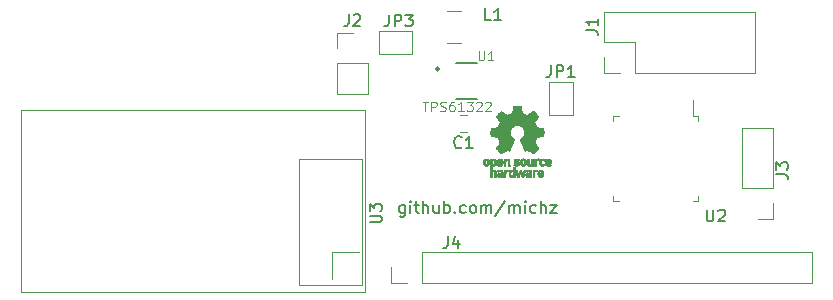
<source format=gbr>
G04 #@! TF.GenerationSoftware,KiCad,Pcbnew,5.1.2-f72e74a~84~ubuntu18.04.1*
G04 #@! TF.CreationDate,2019-07-06T11:59:09+02:00*
G04 #@! TF.ProjectId,loponode,6c6f706f-6e6f-4646-952e-6b696361645f,rev?*
G04 #@! TF.SameCoordinates,Original*
G04 #@! TF.FileFunction,Legend,Top*
G04 #@! TF.FilePolarity,Positive*
%FSLAX46Y46*%
G04 Gerber Fmt 4.6, Leading zero omitted, Abs format (unit mm)*
G04 Created by KiCad (PCBNEW 5.1.2-f72e74a~84~ubuntu18.04.1) date 2019-07-06 11:59:09*
%MOMM*%
%LPD*%
G04 APERTURE LIST*
%ADD10C,0.150000*%
%ADD11C,0.120000*%
%ADD12C,0.010000*%
%ADD13C,0.127000*%
%ADD14C,0.200000*%
%ADD15C,0.050000*%
G04 APERTURE END LIST*
D10*
X121773133Y-139511114D02*
X121773133Y-140320638D01*
X121725514Y-140415876D01*
X121677895Y-140463495D01*
X121582657Y-140511114D01*
X121439800Y-140511114D01*
X121344561Y-140463495D01*
X121773133Y-140130161D02*
X121677895Y-140177780D01*
X121487419Y-140177780D01*
X121392180Y-140130161D01*
X121344561Y-140082542D01*
X121296942Y-139987304D01*
X121296942Y-139701590D01*
X121344561Y-139606352D01*
X121392180Y-139558733D01*
X121487419Y-139511114D01*
X121677895Y-139511114D01*
X121773133Y-139558733D01*
X122249323Y-140177780D02*
X122249323Y-139511114D01*
X122249323Y-139177780D02*
X122201704Y-139225400D01*
X122249323Y-139273019D01*
X122296942Y-139225400D01*
X122249323Y-139177780D01*
X122249323Y-139273019D01*
X122582657Y-139511114D02*
X122963609Y-139511114D01*
X122725514Y-139177780D02*
X122725514Y-140034923D01*
X122773133Y-140130161D01*
X122868371Y-140177780D01*
X122963609Y-140177780D01*
X123296942Y-140177780D02*
X123296942Y-139177780D01*
X123725514Y-140177780D02*
X123725514Y-139653971D01*
X123677895Y-139558733D01*
X123582657Y-139511114D01*
X123439800Y-139511114D01*
X123344561Y-139558733D01*
X123296942Y-139606352D01*
X124630276Y-139511114D02*
X124630276Y-140177780D01*
X124201704Y-139511114D02*
X124201704Y-140034923D01*
X124249323Y-140130161D01*
X124344561Y-140177780D01*
X124487419Y-140177780D01*
X124582657Y-140130161D01*
X124630276Y-140082542D01*
X125106466Y-140177780D02*
X125106466Y-139177780D01*
X125106466Y-139558733D02*
X125201704Y-139511114D01*
X125392180Y-139511114D01*
X125487419Y-139558733D01*
X125535038Y-139606352D01*
X125582657Y-139701590D01*
X125582657Y-139987304D01*
X125535038Y-140082542D01*
X125487419Y-140130161D01*
X125392180Y-140177780D01*
X125201704Y-140177780D01*
X125106466Y-140130161D01*
X126011228Y-140082542D02*
X126058847Y-140130161D01*
X126011228Y-140177780D01*
X125963609Y-140130161D01*
X126011228Y-140082542D01*
X126011228Y-140177780D01*
X126915990Y-140130161D02*
X126820752Y-140177780D01*
X126630276Y-140177780D01*
X126535038Y-140130161D01*
X126487419Y-140082542D01*
X126439800Y-139987304D01*
X126439800Y-139701590D01*
X126487419Y-139606352D01*
X126535038Y-139558733D01*
X126630276Y-139511114D01*
X126820752Y-139511114D01*
X126915990Y-139558733D01*
X127487419Y-140177780D02*
X127392180Y-140130161D01*
X127344561Y-140082542D01*
X127296942Y-139987304D01*
X127296942Y-139701590D01*
X127344561Y-139606352D01*
X127392180Y-139558733D01*
X127487419Y-139511114D01*
X127630276Y-139511114D01*
X127725514Y-139558733D01*
X127773133Y-139606352D01*
X127820752Y-139701590D01*
X127820752Y-139987304D01*
X127773133Y-140082542D01*
X127725514Y-140130161D01*
X127630276Y-140177780D01*
X127487419Y-140177780D01*
X128249323Y-140177780D02*
X128249323Y-139511114D01*
X128249323Y-139606352D02*
X128296942Y-139558733D01*
X128392180Y-139511114D01*
X128535038Y-139511114D01*
X128630276Y-139558733D01*
X128677895Y-139653971D01*
X128677895Y-140177780D01*
X128677895Y-139653971D02*
X128725514Y-139558733D01*
X128820752Y-139511114D01*
X128963609Y-139511114D01*
X129058847Y-139558733D01*
X129106466Y-139653971D01*
X129106466Y-140177780D01*
X130296942Y-139130161D02*
X129439800Y-140415876D01*
X130630276Y-140177780D02*
X130630276Y-139511114D01*
X130630276Y-139606352D02*
X130677895Y-139558733D01*
X130773133Y-139511114D01*
X130915990Y-139511114D01*
X131011228Y-139558733D01*
X131058847Y-139653971D01*
X131058847Y-140177780D01*
X131058847Y-139653971D02*
X131106466Y-139558733D01*
X131201704Y-139511114D01*
X131344561Y-139511114D01*
X131439800Y-139558733D01*
X131487419Y-139653971D01*
X131487419Y-140177780D01*
X131963609Y-140177780D02*
X131963609Y-139511114D01*
X131963609Y-139177780D02*
X131915990Y-139225400D01*
X131963609Y-139273019D01*
X132011228Y-139225400D01*
X131963609Y-139177780D01*
X131963609Y-139273019D01*
X132868371Y-140130161D02*
X132773133Y-140177780D01*
X132582657Y-140177780D01*
X132487419Y-140130161D01*
X132439800Y-140082542D01*
X132392180Y-139987304D01*
X132392180Y-139701590D01*
X132439800Y-139606352D01*
X132487419Y-139558733D01*
X132582657Y-139511114D01*
X132773133Y-139511114D01*
X132868371Y-139558733D01*
X133296942Y-140177780D02*
X133296942Y-139177780D01*
X133725514Y-140177780D02*
X133725514Y-139653971D01*
X133677895Y-139558733D01*
X133582657Y-139511114D01*
X133439800Y-139511114D01*
X133344561Y-139558733D01*
X133296942Y-139606352D01*
X134106466Y-139511114D02*
X134630276Y-139511114D01*
X134106466Y-140177780D01*
X134630276Y-140177780D01*
D11*
X151444000Y-128330000D02*
X151444000Y-123130000D01*
X141224000Y-128330000D02*
X151444000Y-128330000D01*
X138624000Y-123130000D02*
X151444000Y-123130000D01*
X141224000Y-128330000D02*
X141224000Y-125730000D01*
X141224000Y-125730000D02*
X138624000Y-125730000D01*
X138624000Y-125730000D02*
X138624000Y-123130000D01*
X139954000Y-128330000D02*
X138624000Y-128330000D01*
X138624000Y-128330000D02*
X138624000Y-127000000D01*
X156270000Y-146110000D02*
X156270000Y-143450000D01*
X123190000Y-146110000D02*
X156270000Y-146110000D01*
X123190000Y-143450000D02*
X156270000Y-143450000D01*
X123190000Y-146110000D02*
X123190000Y-143450000D01*
X121920000Y-146110000D02*
X120590000Y-146110000D01*
X120590000Y-146110000D02*
X120590000Y-144780000D01*
D12*
G36*
X131644164Y-131402018D02*
G01*
X131701012Y-131703570D01*
X132120538Y-131876512D01*
X132372184Y-131705395D01*
X132442658Y-131657750D01*
X132506363Y-131615210D01*
X132560326Y-131579715D01*
X132601573Y-131553210D01*
X132627134Y-131537636D01*
X132634095Y-131534278D01*
X132646635Y-131542914D01*
X132673431Y-131566792D01*
X132711480Y-131602859D01*
X132757779Y-131648067D01*
X132809323Y-131699364D01*
X132863109Y-131753701D01*
X132916135Y-131808028D01*
X132965395Y-131859295D01*
X133007887Y-131904451D01*
X133040607Y-131940446D01*
X133060551Y-131964230D01*
X133065319Y-131972190D01*
X133058457Y-131986865D01*
X133039220Y-132019014D01*
X133009630Y-132065492D01*
X132971710Y-132123156D01*
X132927482Y-132188860D01*
X132901854Y-132226336D01*
X132855141Y-132294768D01*
X132813632Y-132356520D01*
X132779340Y-132408519D01*
X132754280Y-132447692D01*
X132740464Y-132470965D01*
X132738388Y-132475855D01*
X132743095Y-132489755D01*
X132755923Y-132522150D01*
X132774938Y-132568485D01*
X132798203Y-132624206D01*
X132823784Y-132684758D01*
X132849745Y-132745586D01*
X132874150Y-132802136D01*
X132895063Y-132849852D01*
X132910549Y-132884181D01*
X132918672Y-132900568D01*
X132919152Y-132901212D01*
X132931907Y-132904341D01*
X132965877Y-132911321D01*
X133017540Y-132921467D01*
X133083376Y-132934092D01*
X133159864Y-132948509D01*
X133204490Y-132956823D01*
X133286221Y-132972384D01*
X133360043Y-132987192D01*
X133422221Y-133000436D01*
X133469022Y-133011305D01*
X133496709Y-133018989D01*
X133502274Y-133021427D01*
X133507726Y-133037930D01*
X133512124Y-133075200D01*
X133515472Y-133128880D01*
X133517774Y-133194612D01*
X133519032Y-133268037D01*
X133519248Y-133344796D01*
X133518427Y-133420532D01*
X133516571Y-133490886D01*
X133513682Y-133551500D01*
X133509765Y-133598016D01*
X133504822Y-133626075D01*
X133501857Y-133631916D01*
X133484134Y-133638917D01*
X133446581Y-133648927D01*
X133394164Y-133660769D01*
X133331852Y-133673267D01*
X133310100Y-133677310D01*
X133205224Y-133696520D01*
X133122380Y-133711991D01*
X133058830Y-133724337D01*
X133011837Y-133734173D01*
X132978663Y-133742114D01*
X132956571Y-133748776D01*
X132942824Y-133754773D01*
X132934684Y-133760719D01*
X132933545Y-133761894D01*
X132922177Y-133780826D01*
X132904835Y-133817669D01*
X132883250Y-133867913D01*
X132859154Y-133927046D01*
X132834279Y-133990556D01*
X132810357Y-134053932D01*
X132789119Y-134112662D01*
X132772297Y-134162235D01*
X132761622Y-134198139D01*
X132758827Y-134215862D01*
X132759060Y-134216483D01*
X132768531Y-134230970D01*
X132790018Y-134262844D01*
X132821263Y-134308789D01*
X132860007Y-134365485D01*
X132903993Y-134429617D01*
X132916519Y-134447842D01*
X132961184Y-134513914D01*
X133000488Y-134574200D01*
X133032288Y-134625235D01*
X133054445Y-134663560D01*
X133064817Y-134685711D01*
X133065319Y-134688432D01*
X133056605Y-134702736D01*
X133032525Y-134731072D01*
X132996176Y-134770396D01*
X132950653Y-134817661D01*
X132899052Y-134869823D01*
X132844467Y-134923835D01*
X132789994Y-134976653D01*
X132738729Y-135025231D01*
X132693767Y-135066523D01*
X132658204Y-135097485D01*
X132635135Y-135115070D01*
X132628754Y-135117941D01*
X132613899Y-135111178D01*
X132583486Y-135092939D01*
X132542468Y-135066297D01*
X132510909Y-135044852D01*
X132453725Y-135005503D01*
X132386006Y-134959171D01*
X132318080Y-134912913D01*
X132281561Y-134888155D01*
X132157952Y-134804547D01*
X132054191Y-134860650D01*
X132006920Y-134885228D01*
X131966723Y-134904331D01*
X131939526Y-134915227D01*
X131932602Y-134916743D01*
X131924277Y-134905549D01*
X131907854Y-134873917D01*
X131884557Y-134824765D01*
X131855614Y-134761010D01*
X131822250Y-134685571D01*
X131785691Y-134601364D01*
X131747164Y-134511308D01*
X131707894Y-134418321D01*
X131669108Y-134325320D01*
X131632030Y-134235223D01*
X131597889Y-134150948D01*
X131567908Y-134075413D01*
X131543316Y-134011534D01*
X131525336Y-133962231D01*
X131515197Y-133930421D01*
X131513566Y-133919496D01*
X131526491Y-133905561D01*
X131554789Y-133882940D01*
X131592546Y-133856333D01*
X131595715Y-133854228D01*
X131693300Y-133776114D01*
X131771986Y-133684982D01*
X131831091Y-133583745D01*
X131869932Y-133475318D01*
X131887828Y-133362614D01*
X131884097Y-133248548D01*
X131858057Y-133136034D01*
X131809025Y-133027985D01*
X131794600Y-133004345D01*
X131719569Y-132908887D01*
X131630930Y-132832232D01*
X131531749Y-132774780D01*
X131425095Y-132736929D01*
X131314036Y-132719078D01*
X131201639Y-132721625D01*
X131090973Y-132744970D01*
X130985106Y-132789510D01*
X130887105Y-132855645D01*
X130856790Y-132882487D01*
X130779638Y-132966512D01*
X130723418Y-133054966D01*
X130684853Y-133154115D01*
X130663374Y-133252303D01*
X130658072Y-133362697D01*
X130675752Y-133473640D01*
X130714619Y-133581381D01*
X130772877Y-133682169D01*
X130848731Y-133772256D01*
X130940383Y-133847892D01*
X130952428Y-133855864D01*
X130990589Y-133881974D01*
X131019599Y-133904595D01*
X131033468Y-133919039D01*
X131033669Y-133919496D01*
X131030692Y-133935121D01*
X131018889Y-133970582D01*
X130999486Y-134022962D01*
X130973712Y-134089345D01*
X130942791Y-134166814D01*
X130907951Y-134252450D01*
X130870417Y-134343337D01*
X130831417Y-134436559D01*
X130792177Y-134529197D01*
X130753924Y-134618335D01*
X130717883Y-134701055D01*
X130685283Y-134774441D01*
X130657348Y-134835575D01*
X130635305Y-134881541D01*
X130620382Y-134909421D01*
X130614372Y-134916743D01*
X130596009Y-134911041D01*
X130561648Y-134895749D01*
X130517216Y-134873599D01*
X130492783Y-134860650D01*
X130389022Y-134804547D01*
X130265413Y-134888155D01*
X130202314Y-134930987D01*
X130133230Y-134978122D01*
X130068493Y-135022503D01*
X130036066Y-135044852D01*
X129990459Y-135075477D01*
X129951840Y-135099747D01*
X129925248Y-135114587D01*
X129916610Y-135117724D01*
X129904039Y-135109261D01*
X129876216Y-135085636D01*
X129835839Y-135049302D01*
X129785605Y-135002711D01*
X129728212Y-134948317D01*
X129691914Y-134913392D01*
X129628410Y-134850996D01*
X129573527Y-134795188D01*
X129529486Y-134748354D01*
X129498505Y-134712882D01*
X129482802Y-134691161D01*
X129481295Y-134686752D01*
X129488286Y-134669985D01*
X129507606Y-134636082D01*
X129537109Y-134588476D01*
X129574655Y-134530599D01*
X129618100Y-134465884D01*
X129630455Y-134447842D01*
X129675473Y-134382267D01*
X129715860Y-134323228D01*
X129749360Y-134274042D01*
X129773714Y-134238028D01*
X129786664Y-134218502D01*
X129787915Y-134216483D01*
X129786044Y-134200922D01*
X129776113Y-134166709D01*
X129759853Y-134118355D01*
X129738995Y-134060371D01*
X129715273Y-133997270D01*
X129690416Y-133933563D01*
X129666158Y-133873761D01*
X129644229Y-133822376D01*
X129626362Y-133783919D01*
X129614287Y-133762902D01*
X129613429Y-133761894D01*
X129606046Y-133755888D01*
X129593575Y-133749948D01*
X129573280Y-133743460D01*
X129542422Y-133735809D01*
X129498266Y-133726380D01*
X129438074Y-133714559D01*
X129359107Y-133699729D01*
X129258630Y-133681277D01*
X129236875Y-133677310D01*
X129172398Y-133664853D01*
X129116189Y-133652666D01*
X129073213Y-133641926D01*
X129048440Y-133633809D01*
X129045118Y-133631916D01*
X129039644Y-133615138D01*
X129035194Y-133577645D01*
X129031772Y-133523794D01*
X129029381Y-133457944D01*
X129028023Y-133384453D01*
X129027701Y-133307680D01*
X129028419Y-133231983D01*
X129030179Y-133161720D01*
X129032984Y-133101250D01*
X129036838Y-133054930D01*
X129041743Y-133027119D01*
X129044700Y-133021427D01*
X129061163Y-133015686D01*
X129098649Y-133006345D01*
X129153425Y-132994215D01*
X129221755Y-132980107D01*
X129299906Y-132964830D01*
X129342484Y-132956823D01*
X129423271Y-132941721D01*
X129495313Y-132928040D01*
X129555089Y-132916467D01*
X129599079Y-132907687D01*
X129623761Y-132902387D01*
X129627823Y-132901212D01*
X129634689Y-132887965D01*
X129649202Y-132856057D01*
X129669429Y-132810047D01*
X129693434Y-132754492D01*
X129719282Y-132693953D01*
X129745040Y-132632986D01*
X129768773Y-132576151D01*
X129788546Y-132528006D01*
X129802424Y-132493110D01*
X129808474Y-132476021D01*
X129808586Y-132475274D01*
X129801728Y-132461793D01*
X129782502Y-132430770D01*
X129752928Y-132385289D01*
X129715027Y-132328432D01*
X129670820Y-132263283D01*
X129645121Y-132225862D01*
X129598293Y-132157247D01*
X129556701Y-132094952D01*
X129522375Y-132042129D01*
X129497343Y-132001927D01*
X129483635Y-131977500D01*
X129481656Y-131972024D01*
X129490166Y-131959278D01*
X129513693Y-131932063D01*
X129549232Y-131893428D01*
X129593777Y-131846423D01*
X129644323Y-131794095D01*
X129697864Y-131739495D01*
X129751395Y-131685670D01*
X129801911Y-131635670D01*
X129846406Y-131592543D01*
X129881875Y-131559339D01*
X129905313Y-131539106D01*
X129913154Y-131534278D01*
X129925920Y-131541067D01*
X129956456Y-131560142D01*
X130001790Y-131589561D01*
X130058956Y-131627381D01*
X130124984Y-131671661D01*
X130174790Y-131705395D01*
X130426436Y-131876512D01*
X130636199Y-131790041D01*
X130845963Y-131703570D01*
X130902811Y-131402018D01*
X130959660Y-131100466D01*
X131587315Y-131100466D01*
X131644164Y-131402018D01*
X131644164Y-131402018D01*
G37*
X131644164Y-131402018D02*
X131701012Y-131703570D01*
X132120538Y-131876512D01*
X132372184Y-131705395D01*
X132442658Y-131657750D01*
X132506363Y-131615210D01*
X132560326Y-131579715D01*
X132601573Y-131553210D01*
X132627134Y-131537636D01*
X132634095Y-131534278D01*
X132646635Y-131542914D01*
X132673431Y-131566792D01*
X132711480Y-131602859D01*
X132757779Y-131648067D01*
X132809323Y-131699364D01*
X132863109Y-131753701D01*
X132916135Y-131808028D01*
X132965395Y-131859295D01*
X133007887Y-131904451D01*
X133040607Y-131940446D01*
X133060551Y-131964230D01*
X133065319Y-131972190D01*
X133058457Y-131986865D01*
X133039220Y-132019014D01*
X133009630Y-132065492D01*
X132971710Y-132123156D01*
X132927482Y-132188860D01*
X132901854Y-132226336D01*
X132855141Y-132294768D01*
X132813632Y-132356520D01*
X132779340Y-132408519D01*
X132754280Y-132447692D01*
X132740464Y-132470965D01*
X132738388Y-132475855D01*
X132743095Y-132489755D01*
X132755923Y-132522150D01*
X132774938Y-132568485D01*
X132798203Y-132624206D01*
X132823784Y-132684758D01*
X132849745Y-132745586D01*
X132874150Y-132802136D01*
X132895063Y-132849852D01*
X132910549Y-132884181D01*
X132918672Y-132900568D01*
X132919152Y-132901212D01*
X132931907Y-132904341D01*
X132965877Y-132911321D01*
X133017540Y-132921467D01*
X133083376Y-132934092D01*
X133159864Y-132948509D01*
X133204490Y-132956823D01*
X133286221Y-132972384D01*
X133360043Y-132987192D01*
X133422221Y-133000436D01*
X133469022Y-133011305D01*
X133496709Y-133018989D01*
X133502274Y-133021427D01*
X133507726Y-133037930D01*
X133512124Y-133075200D01*
X133515472Y-133128880D01*
X133517774Y-133194612D01*
X133519032Y-133268037D01*
X133519248Y-133344796D01*
X133518427Y-133420532D01*
X133516571Y-133490886D01*
X133513682Y-133551500D01*
X133509765Y-133598016D01*
X133504822Y-133626075D01*
X133501857Y-133631916D01*
X133484134Y-133638917D01*
X133446581Y-133648927D01*
X133394164Y-133660769D01*
X133331852Y-133673267D01*
X133310100Y-133677310D01*
X133205224Y-133696520D01*
X133122380Y-133711991D01*
X133058830Y-133724337D01*
X133011837Y-133734173D01*
X132978663Y-133742114D01*
X132956571Y-133748776D01*
X132942824Y-133754773D01*
X132934684Y-133760719D01*
X132933545Y-133761894D01*
X132922177Y-133780826D01*
X132904835Y-133817669D01*
X132883250Y-133867913D01*
X132859154Y-133927046D01*
X132834279Y-133990556D01*
X132810357Y-134053932D01*
X132789119Y-134112662D01*
X132772297Y-134162235D01*
X132761622Y-134198139D01*
X132758827Y-134215862D01*
X132759060Y-134216483D01*
X132768531Y-134230970D01*
X132790018Y-134262844D01*
X132821263Y-134308789D01*
X132860007Y-134365485D01*
X132903993Y-134429617D01*
X132916519Y-134447842D01*
X132961184Y-134513914D01*
X133000488Y-134574200D01*
X133032288Y-134625235D01*
X133054445Y-134663560D01*
X133064817Y-134685711D01*
X133065319Y-134688432D01*
X133056605Y-134702736D01*
X133032525Y-134731072D01*
X132996176Y-134770396D01*
X132950653Y-134817661D01*
X132899052Y-134869823D01*
X132844467Y-134923835D01*
X132789994Y-134976653D01*
X132738729Y-135025231D01*
X132693767Y-135066523D01*
X132658204Y-135097485D01*
X132635135Y-135115070D01*
X132628754Y-135117941D01*
X132613899Y-135111178D01*
X132583486Y-135092939D01*
X132542468Y-135066297D01*
X132510909Y-135044852D01*
X132453725Y-135005503D01*
X132386006Y-134959171D01*
X132318080Y-134912913D01*
X132281561Y-134888155D01*
X132157952Y-134804547D01*
X132054191Y-134860650D01*
X132006920Y-134885228D01*
X131966723Y-134904331D01*
X131939526Y-134915227D01*
X131932602Y-134916743D01*
X131924277Y-134905549D01*
X131907854Y-134873917D01*
X131884557Y-134824765D01*
X131855614Y-134761010D01*
X131822250Y-134685571D01*
X131785691Y-134601364D01*
X131747164Y-134511308D01*
X131707894Y-134418321D01*
X131669108Y-134325320D01*
X131632030Y-134235223D01*
X131597889Y-134150948D01*
X131567908Y-134075413D01*
X131543316Y-134011534D01*
X131525336Y-133962231D01*
X131515197Y-133930421D01*
X131513566Y-133919496D01*
X131526491Y-133905561D01*
X131554789Y-133882940D01*
X131592546Y-133856333D01*
X131595715Y-133854228D01*
X131693300Y-133776114D01*
X131771986Y-133684982D01*
X131831091Y-133583745D01*
X131869932Y-133475318D01*
X131887828Y-133362614D01*
X131884097Y-133248548D01*
X131858057Y-133136034D01*
X131809025Y-133027985D01*
X131794600Y-133004345D01*
X131719569Y-132908887D01*
X131630930Y-132832232D01*
X131531749Y-132774780D01*
X131425095Y-132736929D01*
X131314036Y-132719078D01*
X131201639Y-132721625D01*
X131090973Y-132744970D01*
X130985106Y-132789510D01*
X130887105Y-132855645D01*
X130856790Y-132882487D01*
X130779638Y-132966512D01*
X130723418Y-133054966D01*
X130684853Y-133154115D01*
X130663374Y-133252303D01*
X130658072Y-133362697D01*
X130675752Y-133473640D01*
X130714619Y-133581381D01*
X130772877Y-133682169D01*
X130848731Y-133772256D01*
X130940383Y-133847892D01*
X130952428Y-133855864D01*
X130990589Y-133881974D01*
X131019599Y-133904595D01*
X131033468Y-133919039D01*
X131033669Y-133919496D01*
X131030692Y-133935121D01*
X131018889Y-133970582D01*
X130999486Y-134022962D01*
X130973712Y-134089345D01*
X130942791Y-134166814D01*
X130907951Y-134252450D01*
X130870417Y-134343337D01*
X130831417Y-134436559D01*
X130792177Y-134529197D01*
X130753924Y-134618335D01*
X130717883Y-134701055D01*
X130685283Y-134774441D01*
X130657348Y-134835575D01*
X130635305Y-134881541D01*
X130620382Y-134909421D01*
X130614372Y-134916743D01*
X130596009Y-134911041D01*
X130561648Y-134895749D01*
X130517216Y-134873599D01*
X130492783Y-134860650D01*
X130389022Y-134804547D01*
X130265413Y-134888155D01*
X130202314Y-134930987D01*
X130133230Y-134978122D01*
X130068493Y-135022503D01*
X130036066Y-135044852D01*
X129990459Y-135075477D01*
X129951840Y-135099747D01*
X129925248Y-135114587D01*
X129916610Y-135117724D01*
X129904039Y-135109261D01*
X129876216Y-135085636D01*
X129835839Y-135049302D01*
X129785605Y-135002711D01*
X129728212Y-134948317D01*
X129691914Y-134913392D01*
X129628410Y-134850996D01*
X129573527Y-134795188D01*
X129529486Y-134748354D01*
X129498505Y-134712882D01*
X129482802Y-134691161D01*
X129481295Y-134686752D01*
X129488286Y-134669985D01*
X129507606Y-134636082D01*
X129537109Y-134588476D01*
X129574655Y-134530599D01*
X129618100Y-134465884D01*
X129630455Y-134447842D01*
X129675473Y-134382267D01*
X129715860Y-134323228D01*
X129749360Y-134274042D01*
X129773714Y-134238028D01*
X129786664Y-134218502D01*
X129787915Y-134216483D01*
X129786044Y-134200922D01*
X129776113Y-134166709D01*
X129759853Y-134118355D01*
X129738995Y-134060371D01*
X129715273Y-133997270D01*
X129690416Y-133933563D01*
X129666158Y-133873761D01*
X129644229Y-133822376D01*
X129626362Y-133783919D01*
X129614287Y-133762902D01*
X129613429Y-133761894D01*
X129606046Y-133755888D01*
X129593575Y-133749948D01*
X129573280Y-133743460D01*
X129542422Y-133735809D01*
X129498266Y-133726380D01*
X129438074Y-133714559D01*
X129359107Y-133699729D01*
X129258630Y-133681277D01*
X129236875Y-133677310D01*
X129172398Y-133664853D01*
X129116189Y-133652666D01*
X129073213Y-133641926D01*
X129048440Y-133633809D01*
X129045118Y-133631916D01*
X129039644Y-133615138D01*
X129035194Y-133577645D01*
X129031772Y-133523794D01*
X129029381Y-133457944D01*
X129028023Y-133384453D01*
X129027701Y-133307680D01*
X129028419Y-133231983D01*
X129030179Y-133161720D01*
X129032984Y-133101250D01*
X129036838Y-133054930D01*
X129041743Y-133027119D01*
X129044700Y-133021427D01*
X129061163Y-133015686D01*
X129098649Y-133006345D01*
X129153425Y-132994215D01*
X129221755Y-132980107D01*
X129299906Y-132964830D01*
X129342484Y-132956823D01*
X129423271Y-132941721D01*
X129495313Y-132928040D01*
X129555089Y-132916467D01*
X129599079Y-132907687D01*
X129623761Y-132902387D01*
X129627823Y-132901212D01*
X129634689Y-132887965D01*
X129649202Y-132856057D01*
X129669429Y-132810047D01*
X129693434Y-132754492D01*
X129719282Y-132693953D01*
X129745040Y-132632986D01*
X129768773Y-132576151D01*
X129788546Y-132528006D01*
X129802424Y-132493110D01*
X129808474Y-132476021D01*
X129808586Y-132475274D01*
X129801728Y-132461793D01*
X129782502Y-132430770D01*
X129752928Y-132385289D01*
X129715027Y-132328432D01*
X129670820Y-132263283D01*
X129645121Y-132225862D01*
X129598293Y-132157247D01*
X129556701Y-132094952D01*
X129522375Y-132042129D01*
X129497343Y-132001927D01*
X129483635Y-131977500D01*
X129481656Y-131972024D01*
X129490166Y-131959278D01*
X129513693Y-131932063D01*
X129549232Y-131893428D01*
X129593777Y-131846423D01*
X129644323Y-131794095D01*
X129697864Y-131739495D01*
X129751395Y-131685670D01*
X129801911Y-131635670D01*
X129846406Y-131592543D01*
X129881875Y-131559339D01*
X129905313Y-131539106D01*
X129913154Y-131534278D01*
X129925920Y-131541067D01*
X129956456Y-131560142D01*
X130001790Y-131589561D01*
X130058956Y-131627381D01*
X130124984Y-131671661D01*
X130174790Y-131705395D01*
X130426436Y-131876512D01*
X130636199Y-131790041D01*
X130845963Y-131703570D01*
X130902811Y-131402018D01*
X130959660Y-131100466D01*
X131587315Y-131100466D01*
X131644164Y-131402018D01*
G36*
X133066660Y-135570030D02*
G01*
X133109911Y-135583245D01*
X133137758Y-135599941D01*
X133146829Y-135613145D01*
X133144332Y-135628797D01*
X133128131Y-135653385D01*
X133114432Y-135670800D01*
X133086192Y-135702283D01*
X133064975Y-135715529D01*
X133046888Y-135714664D01*
X132993235Y-135701010D01*
X132953830Y-135701630D01*
X132921832Y-135717104D01*
X132911090Y-135726161D01*
X132876705Y-135758027D01*
X132876705Y-136174179D01*
X132738388Y-136174179D01*
X132738388Y-135570614D01*
X132807547Y-135570614D01*
X132849069Y-135572256D01*
X132870491Y-135578087D01*
X132876702Y-135589461D01*
X132876705Y-135589798D01*
X132879639Y-135601713D01*
X132892904Y-135600159D01*
X132911284Y-135591563D01*
X132949246Y-135575568D01*
X132980072Y-135565945D01*
X133019736Y-135563478D01*
X133066660Y-135570030D01*
X133066660Y-135570030D01*
G37*
X133066660Y-135570030D02*
X133109911Y-135583245D01*
X133137758Y-135599941D01*
X133146829Y-135613145D01*
X133144332Y-135628797D01*
X133128131Y-135653385D01*
X133114432Y-135670800D01*
X133086192Y-135702283D01*
X133064975Y-135715529D01*
X133046888Y-135714664D01*
X132993235Y-135701010D01*
X132953830Y-135701630D01*
X132921832Y-135717104D01*
X132911090Y-135726161D01*
X132876705Y-135758027D01*
X132876705Y-136174179D01*
X132738388Y-136174179D01*
X132738388Y-135570614D01*
X132807547Y-135570614D01*
X132849069Y-135572256D01*
X132870491Y-135578087D01*
X132876702Y-135589461D01*
X132876705Y-135589798D01*
X132879639Y-135601713D01*
X132892904Y-135600159D01*
X132911284Y-135591563D01*
X132949246Y-135575568D01*
X132980072Y-135565945D01*
X133019736Y-135563478D01*
X133066660Y-135570030D01*
G36*
X130513188Y-135581002D02*
G01*
X130544483Y-135595950D01*
X130574791Y-135617541D01*
X130597882Y-135642391D01*
X130614700Y-135674087D01*
X130626194Y-135716214D01*
X130633309Y-135772358D01*
X130636993Y-135846106D01*
X130638192Y-135941044D01*
X130638211Y-135950985D01*
X130638487Y-136174179D01*
X130500170Y-136174179D01*
X130500170Y-135968418D01*
X130500072Y-135892189D01*
X130499391Y-135836939D01*
X130497549Y-135798501D01*
X130493967Y-135772706D01*
X130488068Y-135755384D01*
X130479273Y-135742368D01*
X130467020Y-135729507D01*
X130424153Y-135701873D01*
X130377357Y-135696745D01*
X130332776Y-135714217D01*
X130317272Y-135727221D01*
X130305890Y-135739447D01*
X130297719Y-135752540D01*
X130292226Y-135770615D01*
X130288880Y-135797787D01*
X130287149Y-135838170D01*
X130286503Y-135895879D01*
X130286408Y-135966132D01*
X130286408Y-136174179D01*
X130148091Y-136174179D01*
X130148091Y-135570614D01*
X130217250Y-135570614D01*
X130258772Y-135572256D01*
X130280194Y-135578087D01*
X130286405Y-135589461D01*
X130286408Y-135589798D01*
X130289290Y-135600938D01*
X130302001Y-135599674D01*
X130327274Y-135587434D01*
X130384595Y-135569424D01*
X130450163Y-135567421D01*
X130513188Y-135581002D01*
X130513188Y-135581002D01*
G37*
X130513188Y-135581002D02*
X130544483Y-135595950D01*
X130574791Y-135617541D01*
X130597882Y-135642391D01*
X130614700Y-135674087D01*
X130626194Y-135716214D01*
X130633309Y-135772358D01*
X130636993Y-135846106D01*
X130638192Y-135941044D01*
X130638211Y-135950985D01*
X130638487Y-136174179D01*
X130500170Y-136174179D01*
X130500170Y-135968418D01*
X130500072Y-135892189D01*
X130499391Y-135836939D01*
X130497549Y-135798501D01*
X130493967Y-135772706D01*
X130488068Y-135755384D01*
X130479273Y-135742368D01*
X130467020Y-135729507D01*
X130424153Y-135701873D01*
X130377357Y-135696745D01*
X130332776Y-135714217D01*
X130317272Y-135727221D01*
X130305890Y-135739447D01*
X130297719Y-135752540D01*
X130292226Y-135770615D01*
X130288880Y-135797787D01*
X130287149Y-135838170D01*
X130286503Y-135895879D01*
X130286408Y-135966132D01*
X130286408Y-136174179D01*
X130148091Y-136174179D01*
X130148091Y-135570614D01*
X130217250Y-135570614D01*
X130258772Y-135572256D01*
X130280194Y-135578087D01*
X130286405Y-135589461D01*
X130286408Y-135589798D01*
X130289290Y-135600938D01*
X130302001Y-135599674D01*
X130327274Y-135587434D01*
X130384595Y-135569424D01*
X130450163Y-135567421D01*
X130513188Y-135581002D01*
G36*
X133945098Y-135568457D02*
G01*
X133977296Y-135576279D01*
X134039025Y-135604921D01*
X134091810Y-135648667D01*
X134128341Y-135701117D01*
X134133360Y-135712893D01*
X134140245Y-135743740D01*
X134145064Y-135789371D01*
X134146705Y-135835492D01*
X134146705Y-135922693D01*
X133964378Y-135922693D01*
X133889179Y-135922978D01*
X133836203Y-135924704D01*
X133802525Y-135929181D01*
X133785220Y-135937720D01*
X133781363Y-135951630D01*
X133788029Y-135972222D01*
X133799970Y-135996315D01*
X133833280Y-136036525D01*
X133879568Y-136056558D01*
X133936144Y-136055905D01*
X134000231Y-136034101D01*
X134055617Y-136007193D01*
X134101575Y-136043532D01*
X134147533Y-136079872D01*
X134104296Y-136119819D01*
X134046574Y-136157563D01*
X133975586Y-136180320D01*
X133899229Y-136186688D01*
X133825399Y-136175268D01*
X133813487Y-136171393D01*
X133748599Y-136137506D01*
X133700330Y-136086986D01*
X133667665Y-136018325D01*
X133649585Y-135930014D01*
X133649375Y-135928121D01*
X133647756Y-135831878D01*
X133654300Y-135797542D01*
X133782052Y-135797542D01*
X133793784Y-135802822D01*
X133825638Y-135806867D01*
X133872597Y-135809176D01*
X133902354Y-135809525D01*
X133957848Y-135809306D01*
X133992546Y-135807916D01*
X134010801Y-135804251D01*
X134016966Y-135797210D01*
X134015395Y-135785690D01*
X134014078Y-135781233D01*
X133991582Y-135739355D01*
X133956203Y-135705604D01*
X133924980Y-135690773D01*
X133883501Y-135691668D01*
X133841469Y-135710164D01*
X133806212Y-135740786D01*
X133785054Y-135778062D01*
X133782052Y-135797542D01*
X133654300Y-135797542D01*
X133663890Y-135747229D01*
X133695898Y-135676191D01*
X133741901Y-135620779D01*
X133800021Y-135583009D01*
X133868380Y-135564896D01*
X133945098Y-135568457D01*
X133945098Y-135568457D01*
G37*
X133945098Y-135568457D02*
X133977296Y-135576279D01*
X134039025Y-135604921D01*
X134091810Y-135648667D01*
X134128341Y-135701117D01*
X134133360Y-135712893D01*
X134140245Y-135743740D01*
X134145064Y-135789371D01*
X134146705Y-135835492D01*
X134146705Y-135922693D01*
X133964378Y-135922693D01*
X133889179Y-135922978D01*
X133836203Y-135924704D01*
X133802525Y-135929181D01*
X133785220Y-135937720D01*
X133781363Y-135951630D01*
X133788029Y-135972222D01*
X133799970Y-135996315D01*
X133833280Y-136036525D01*
X133879568Y-136056558D01*
X133936144Y-136055905D01*
X134000231Y-136034101D01*
X134055617Y-136007193D01*
X134101575Y-136043532D01*
X134147533Y-136079872D01*
X134104296Y-136119819D01*
X134046574Y-136157563D01*
X133975586Y-136180320D01*
X133899229Y-136186688D01*
X133825399Y-136175268D01*
X133813487Y-136171393D01*
X133748599Y-136137506D01*
X133700330Y-136086986D01*
X133667665Y-136018325D01*
X133649585Y-135930014D01*
X133649375Y-135928121D01*
X133647756Y-135831878D01*
X133654300Y-135797542D01*
X133782052Y-135797542D01*
X133793784Y-135802822D01*
X133825638Y-135806867D01*
X133872597Y-135809176D01*
X133902354Y-135809525D01*
X133957848Y-135809306D01*
X133992546Y-135807916D01*
X134010801Y-135804251D01*
X134016966Y-135797210D01*
X134015395Y-135785690D01*
X134014078Y-135781233D01*
X133991582Y-135739355D01*
X133956203Y-135705604D01*
X133924980Y-135690773D01*
X133883501Y-135691668D01*
X133841469Y-135710164D01*
X133806212Y-135740786D01*
X133785054Y-135778062D01*
X133782052Y-135797542D01*
X133654300Y-135797542D01*
X133663890Y-135747229D01*
X133695898Y-135676191D01*
X133741901Y-135620779D01*
X133800021Y-135583009D01*
X133868380Y-135564896D01*
X133945098Y-135568457D01*
G36*
X133484426Y-135575880D02*
G01*
X133557280Y-135606830D01*
X133580227Y-135621895D01*
X133609554Y-135645048D01*
X133627964Y-135663253D01*
X133631161Y-135669183D01*
X133622135Y-135682340D01*
X133599037Y-135704667D01*
X133580544Y-135720250D01*
X133529928Y-135760926D01*
X133489960Y-135727295D01*
X133459074Y-135705584D01*
X133428959Y-135698090D01*
X133394492Y-135699920D01*
X133339761Y-135713528D01*
X133302086Y-135741772D01*
X133279191Y-135787433D01*
X133268797Y-135853289D01*
X133268795Y-135853331D01*
X133269694Y-135926939D01*
X133283663Y-135980946D01*
X133311528Y-136017716D01*
X133330525Y-136030168D01*
X133380976Y-136045673D01*
X133434863Y-136045683D01*
X133481746Y-136030638D01*
X133492844Y-136023287D01*
X133520676Y-136004511D01*
X133542436Y-136001434D01*
X133565904Y-136015409D01*
X133591849Y-136040510D01*
X133632916Y-136082880D01*
X133587321Y-136120464D01*
X133516874Y-136162882D01*
X133437433Y-136183785D01*
X133354415Y-136182272D01*
X133299894Y-136168411D01*
X133236170Y-136134135D01*
X133185205Y-136080212D01*
X133162051Y-136042149D01*
X133143299Y-135987536D01*
X133133915Y-135918369D01*
X133133843Y-135843407D01*
X133143024Y-135771409D01*
X133161399Y-135711137D01*
X133164293Y-135704958D01*
X133207152Y-135644351D01*
X133265179Y-135600224D01*
X133333791Y-135573493D01*
X133408401Y-135565073D01*
X133484426Y-135575880D01*
X133484426Y-135575880D01*
G37*
X133484426Y-135575880D02*
X133557280Y-135606830D01*
X133580227Y-135621895D01*
X133609554Y-135645048D01*
X133627964Y-135663253D01*
X133631161Y-135669183D01*
X133622135Y-135682340D01*
X133599037Y-135704667D01*
X133580544Y-135720250D01*
X133529928Y-135760926D01*
X133489960Y-135727295D01*
X133459074Y-135705584D01*
X133428959Y-135698090D01*
X133394492Y-135699920D01*
X133339761Y-135713528D01*
X133302086Y-135741772D01*
X133279191Y-135787433D01*
X133268797Y-135853289D01*
X133268795Y-135853331D01*
X133269694Y-135926939D01*
X133283663Y-135980946D01*
X133311528Y-136017716D01*
X133330525Y-136030168D01*
X133380976Y-136045673D01*
X133434863Y-136045683D01*
X133481746Y-136030638D01*
X133492844Y-136023287D01*
X133520676Y-136004511D01*
X133542436Y-136001434D01*
X133565904Y-136015409D01*
X133591849Y-136040510D01*
X133632916Y-136082880D01*
X133587321Y-136120464D01*
X133516874Y-136162882D01*
X133437433Y-136183785D01*
X133354415Y-136182272D01*
X133299894Y-136168411D01*
X133236170Y-136134135D01*
X133185205Y-136080212D01*
X133162051Y-136042149D01*
X133143299Y-135987536D01*
X133133915Y-135918369D01*
X133133843Y-135843407D01*
X133143024Y-135771409D01*
X133161399Y-135711137D01*
X133164293Y-135704958D01*
X133207152Y-135644351D01*
X133265179Y-135600224D01*
X133333791Y-135573493D01*
X133408401Y-135565073D01*
X133484426Y-135575880D01*
G36*
X132260567Y-135766342D02*
G01*
X132261755Y-135858563D01*
X132266097Y-135928610D01*
X132274758Y-135979381D01*
X132288904Y-136013772D01*
X132309700Y-136034679D01*
X132338310Y-136045000D01*
X132373735Y-136047636D01*
X132410836Y-136044682D01*
X132439018Y-136033889D01*
X132459443Y-136012360D01*
X132473279Y-135977199D01*
X132481691Y-135925510D01*
X132485843Y-135854394D01*
X132486903Y-135766342D01*
X132486903Y-135570614D01*
X132625220Y-135570614D01*
X132625220Y-136174179D01*
X132556062Y-136174179D01*
X132514370Y-136172489D01*
X132492901Y-136166556D01*
X132486903Y-136155293D01*
X132483291Y-136145261D01*
X132468914Y-136147383D01*
X132439936Y-136161580D01*
X132373519Y-136183480D01*
X132303075Y-136181928D01*
X132235577Y-136158147D01*
X132203433Y-136139362D01*
X132178915Y-136119022D01*
X132161004Y-136093573D01*
X132148679Y-136059458D01*
X132140923Y-136013121D01*
X132136716Y-135951007D01*
X132135040Y-135869561D01*
X132134824Y-135806578D01*
X132134824Y-135570614D01*
X132260567Y-135570614D01*
X132260567Y-135766342D01*
X132260567Y-135766342D01*
G37*
X132260567Y-135766342D02*
X132261755Y-135858563D01*
X132266097Y-135928610D01*
X132274758Y-135979381D01*
X132288904Y-136013772D01*
X132309700Y-136034679D01*
X132338310Y-136045000D01*
X132373735Y-136047636D01*
X132410836Y-136044682D01*
X132439018Y-136033889D01*
X132459443Y-136012360D01*
X132473279Y-135977199D01*
X132481691Y-135925510D01*
X132485843Y-135854394D01*
X132486903Y-135766342D01*
X132486903Y-135570614D01*
X132625220Y-135570614D01*
X132625220Y-136174179D01*
X132556062Y-136174179D01*
X132514370Y-136172489D01*
X132492901Y-136166556D01*
X132486903Y-136155293D01*
X132483291Y-136145261D01*
X132468914Y-136147383D01*
X132439936Y-136161580D01*
X132373519Y-136183480D01*
X132303075Y-136181928D01*
X132235577Y-136158147D01*
X132203433Y-136139362D01*
X132178915Y-136119022D01*
X132161004Y-136093573D01*
X132148679Y-136059458D01*
X132140923Y-136013121D01*
X132136716Y-135951007D01*
X132135040Y-135869561D01*
X132134824Y-135806578D01*
X132134824Y-135570614D01*
X132260567Y-135570614D01*
X132260567Y-135766342D01*
G36*
X131877962Y-135578055D02*
G01*
X131941563Y-135612692D01*
X131991323Y-135667372D01*
X132014768Y-135711842D01*
X132024834Y-135751121D01*
X132031356Y-135807116D01*
X132034151Y-135871621D01*
X132033036Y-135936429D01*
X132027826Y-135993334D01*
X132021741Y-136023727D01*
X132001214Y-136065306D01*
X131965663Y-136109468D01*
X131922819Y-136148087D01*
X131880411Y-136173034D01*
X131879377Y-136173430D01*
X131826753Y-136184331D01*
X131764388Y-136184601D01*
X131705124Y-136174676D01*
X131682240Y-136166722D01*
X131623302Y-136133300D01*
X131581090Y-136089511D01*
X131553356Y-136031538D01*
X131537851Y-135955565D01*
X131534343Y-135915771D01*
X131534790Y-135865766D01*
X131669576Y-135865766D01*
X131674117Y-135938732D01*
X131687186Y-135994334D01*
X131707956Y-136029861D01*
X131722752Y-136040020D01*
X131760664Y-136047104D01*
X131805727Y-136045007D01*
X131844687Y-136034812D01*
X131854904Y-136029204D01*
X131881859Y-135996538D01*
X131899651Y-135946545D01*
X131907224Y-135885705D01*
X131903525Y-135820497D01*
X131895257Y-135781253D01*
X131871520Y-135735805D01*
X131834049Y-135707396D01*
X131788920Y-135697573D01*
X131742211Y-135707887D01*
X131706332Y-135733112D01*
X131687477Y-135753925D01*
X131676472Y-135774439D01*
X131671226Y-135802203D01*
X131669649Y-135844762D01*
X131669576Y-135865766D01*
X131534790Y-135865766D01*
X131535294Y-135809580D01*
X131552588Y-135722501D01*
X131586229Y-135654530D01*
X131636218Y-135605664D01*
X131702556Y-135575899D01*
X131716801Y-135572448D01*
X131802410Y-135564345D01*
X131877962Y-135578055D01*
X131877962Y-135578055D01*
G37*
X131877962Y-135578055D02*
X131941563Y-135612692D01*
X131991323Y-135667372D01*
X132014768Y-135711842D01*
X132024834Y-135751121D01*
X132031356Y-135807116D01*
X132034151Y-135871621D01*
X132033036Y-135936429D01*
X132027826Y-135993334D01*
X132021741Y-136023727D01*
X132001214Y-136065306D01*
X131965663Y-136109468D01*
X131922819Y-136148087D01*
X131880411Y-136173034D01*
X131879377Y-136173430D01*
X131826753Y-136184331D01*
X131764388Y-136184601D01*
X131705124Y-136174676D01*
X131682240Y-136166722D01*
X131623302Y-136133300D01*
X131581090Y-136089511D01*
X131553356Y-136031538D01*
X131537851Y-135955565D01*
X131534343Y-135915771D01*
X131534790Y-135865766D01*
X131669576Y-135865766D01*
X131674117Y-135938732D01*
X131687186Y-135994334D01*
X131707956Y-136029861D01*
X131722752Y-136040020D01*
X131760664Y-136047104D01*
X131805727Y-136045007D01*
X131844687Y-136034812D01*
X131854904Y-136029204D01*
X131881859Y-135996538D01*
X131899651Y-135946545D01*
X131907224Y-135885705D01*
X131903525Y-135820497D01*
X131895257Y-135781253D01*
X131871520Y-135735805D01*
X131834049Y-135707396D01*
X131788920Y-135697573D01*
X131742211Y-135707887D01*
X131706332Y-135733112D01*
X131687477Y-135753925D01*
X131676472Y-135774439D01*
X131671226Y-135802203D01*
X131669649Y-135844762D01*
X131669576Y-135865766D01*
X131534790Y-135865766D01*
X131535294Y-135809580D01*
X131552588Y-135722501D01*
X131586229Y-135654530D01*
X131636218Y-135605664D01*
X131702556Y-135575899D01*
X131716801Y-135572448D01*
X131802410Y-135564345D01*
X131877962Y-135578055D01*
G36*
X131281217Y-135568452D02*
G01*
X131328834Y-135577482D01*
X131378234Y-135596370D01*
X131383512Y-135598777D01*
X131420974Y-135618476D01*
X131446917Y-135636781D01*
X131455303Y-135648508D01*
X131447317Y-135667632D01*
X131427920Y-135695850D01*
X131419310Y-135706384D01*
X131383828Y-135747847D01*
X131338085Y-135720858D01*
X131294550Y-135702878D01*
X131244250Y-135693267D01*
X131196012Y-135692660D01*
X131158667Y-135701691D01*
X131149705Y-135707327D01*
X131132637Y-135733171D01*
X131130563Y-135762941D01*
X131143334Y-135786197D01*
X131150888Y-135790708D01*
X131173525Y-135796309D01*
X131213315Y-135802892D01*
X131262366Y-135809183D01*
X131271415Y-135810170D01*
X131350196Y-135823798D01*
X131407336Y-135846946D01*
X131445230Y-135881752D01*
X131466279Y-135930354D01*
X131472835Y-135989718D01*
X131463777Y-136057198D01*
X131434364Y-136110188D01*
X131384478Y-136148783D01*
X131314000Y-136173081D01*
X131235765Y-136182667D01*
X131171966Y-136182552D01*
X131120216Y-136173845D01*
X131084873Y-136161825D01*
X131040217Y-136140880D01*
X130998947Y-136116574D01*
X130984279Y-136105876D01*
X130946557Y-136075084D01*
X130992052Y-136029049D01*
X131037547Y-135983013D01*
X131089272Y-136017243D01*
X131141152Y-136042952D01*
X131196551Y-136056399D01*
X131249805Y-136057818D01*
X131295249Y-136047443D01*
X131327216Y-136025507D01*
X131337538Y-136006998D01*
X131335989Y-135977314D01*
X131310340Y-135954615D01*
X131260660Y-135938940D01*
X131206231Y-135931695D01*
X131122464Y-135917873D01*
X131060233Y-135891796D01*
X131018707Y-135852699D01*
X130997053Y-135799820D01*
X130994053Y-135737126D01*
X131008871Y-135671642D01*
X131042654Y-135622144D01*
X131095705Y-135588408D01*
X131168326Y-135570207D01*
X131222128Y-135566639D01*
X131281217Y-135568452D01*
X131281217Y-135568452D01*
G37*
X131281217Y-135568452D02*
X131328834Y-135577482D01*
X131378234Y-135596370D01*
X131383512Y-135598777D01*
X131420974Y-135618476D01*
X131446917Y-135636781D01*
X131455303Y-135648508D01*
X131447317Y-135667632D01*
X131427920Y-135695850D01*
X131419310Y-135706384D01*
X131383828Y-135747847D01*
X131338085Y-135720858D01*
X131294550Y-135702878D01*
X131244250Y-135693267D01*
X131196012Y-135692660D01*
X131158667Y-135701691D01*
X131149705Y-135707327D01*
X131132637Y-135733171D01*
X131130563Y-135762941D01*
X131143334Y-135786197D01*
X131150888Y-135790708D01*
X131173525Y-135796309D01*
X131213315Y-135802892D01*
X131262366Y-135809183D01*
X131271415Y-135810170D01*
X131350196Y-135823798D01*
X131407336Y-135846946D01*
X131445230Y-135881752D01*
X131466279Y-135930354D01*
X131472835Y-135989718D01*
X131463777Y-136057198D01*
X131434364Y-136110188D01*
X131384478Y-136148783D01*
X131314000Y-136173081D01*
X131235765Y-136182667D01*
X131171966Y-136182552D01*
X131120216Y-136173845D01*
X131084873Y-136161825D01*
X131040217Y-136140880D01*
X130998947Y-136116574D01*
X130984279Y-136105876D01*
X130946557Y-136075084D01*
X130992052Y-136029049D01*
X131037547Y-135983013D01*
X131089272Y-136017243D01*
X131141152Y-136042952D01*
X131196551Y-136056399D01*
X131249805Y-136057818D01*
X131295249Y-136047443D01*
X131327216Y-136025507D01*
X131337538Y-136006998D01*
X131335989Y-135977314D01*
X131310340Y-135954615D01*
X131260660Y-135938940D01*
X131206231Y-135931695D01*
X131122464Y-135917873D01*
X131060233Y-135891796D01*
X131018707Y-135852699D01*
X130997053Y-135799820D01*
X130994053Y-135737126D01*
X131008871Y-135671642D01*
X131042654Y-135622144D01*
X131095705Y-135588408D01*
X131168326Y-135570207D01*
X131222128Y-135566639D01*
X131281217Y-135568452D01*
G36*
X129910501Y-135584614D02*
G01*
X129923032Y-135590514D01*
X129966401Y-135622283D01*
X130007410Y-135668646D01*
X130038032Y-135719696D01*
X130046741Y-135743166D01*
X130054688Y-135785091D01*
X130059426Y-135835757D01*
X130060001Y-135856679D01*
X130060071Y-135922693D01*
X129680117Y-135922693D01*
X129688217Y-135957273D01*
X129708096Y-135998170D01*
X129742853Y-136033514D01*
X129784202Y-136056282D01*
X129810551Y-136061010D01*
X129846284Y-136055273D01*
X129888918Y-136040882D01*
X129903401Y-136034262D01*
X129956960Y-136007513D01*
X130002667Y-136042376D01*
X130029042Y-136065955D01*
X130043076Y-136085417D01*
X130043786Y-136091129D01*
X130031249Y-136104973D01*
X130003772Y-136126012D01*
X129978834Y-136142425D01*
X129911536Y-136171930D01*
X129836090Y-136185284D01*
X129761312Y-136181812D01*
X129701705Y-136163663D01*
X129640259Y-136124784D01*
X129596592Y-136073595D01*
X129569274Y-136007367D01*
X129556878Y-135923371D01*
X129555779Y-135884936D01*
X129560178Y-135796861D01*
X129560718Y-135794299D01*
X129686618Y-135794299D01*
X129690085Y-135802558D01*
X129704337Y-135807113D01*
X129733730Y-135809065D01*
X129782625Y-135809517D01*
X129801452Y-135809525D01*
X129858733Y-135808843D01*
X129895059Y-135806364D01*
X129914596Y-135801443D01*
X129921510Y-135793434D01*
X129921755Y-135790862D01*
X129913864Y-135770423D01*
X129894115Y-135741789D01*
X129885625Y-135731763D01*
X129854106Y-135703408D01*
X129821251Y-135692259D01*
X129803549Y-135691327D01*
X129755661Y-135702981D01*
X129715501Y-135734285D01*
X129690027Y-135779752D01*
X129689575Y-135781233D01*
X129686618Y-135794299D01*
X129560718Y-135794299D01*
X129574808Y-135727510D01*
X129601162Y-135672025D01*
X129633393Y-135632639D01*
X129692983Y-135589931D01*
X129763032Y-135567109D01*
X129837539Y-135565046D01*
X129910501Y-135584614D01*
X129910501Y-135584614D01*
G37*
X129910501Y-135584614D02*
X129923032Y-135590514D01*
X129966401Y-135622283D01*
X130007410Y-135668646D01*
X130038032Y-135719696D01*
X130046741Y-135743166D01*
X130054688Y-135785091D01*
X130059426Y-135835757D01*
X130060001Y-135856679D01*
X130060071Y-135922693D01*
X129680117Y-135922693D01*
X129688217Y-135957273D01*
X129708096Y-135998170D01*
X129742853Y-136033514D01*
X129784202Y-136056282D01*
X129810551Y-136061010D01*
X129846284Y-136055273D01*
X129888918Y-136040882D01*
X129903401Y-136034262D01*
X129956960Y-136007513D01*
X130002667Y-136042376D01*
X130029042Y-136065955D01*
X130043076Y-136085417D01*
X130043786Y-136091129D01*
X130031249Y-136104973D01*
X130003772Y-136126012D01*
X129978834Y-136142425D01*
X129911536Y-136171930D01*
X129836090Y-136185284D01*
X129761312Y-136181812D01*
X129701705Y-136163663D01*
X129640259Y-136124784D01*
X129596592Y-136073595D01*
X129569274Y-136007367D01*
X129556878Y-135923371D01*
X129555779Y-135884936D01*
X129560178Y-135796861D01*
X129560718Y-135794299D01*
X129686618Y-135794299D01*
X129690085Y-135802558D01*
X129704337Y-135807113D01*
X129733730Y-135809065D01*
X129782625Y-135809517D01*
X129801452Y-135809525D01*
X129858733Y-135808843D01*
X129895059Y-135806364D01*
X129914596Y-135801443D01*
X129921510Y-135793434D01*
X129921755Y-135790862D01*
X129913864Y-135770423D01*
X129894115Y-135741789D01*
X129885625Y-135731763D01*
X129854106Y-135703408D01*
X129821251Y-135692259D01*
X129803549Y-135691327D01*
X129755661Y-135702981D01*
X129715501Y-135734285D01*
X129690027Y-135779752D01*
X129689575Y-135781233D01*
X129686618Y-135794299D01*
X129560718Y-135794299D01*
X129574808Y-135727510D01*
X129601162Y-135672025D01*
X129633393Y-135632639D01*
X129692983Y-135589931D01*
X129763032Y-135567109D01*
X129837539Y-135565046D01*
X129910501Y-135584614D01*
G36*
X128728939Y-135577148D02*
G01*
X128794721Y-135606231D01*
X128844660Y-135654793D01*
X128878826Y-135722908D01*
X128897293Y-135810651D01*
X128898617Y-135824351D01*
X128899654Y-135920939D01*
X128886207Y-136005602D01*
X128859092Y-136074221D01*
X128844573Y-136096294D01*
X128793999Y-136143011D01*
X128729591Y-136173268D01*
X128657534Y-136185824D01*
X128584015Y-136179439D01*
X128528128Y-136159772D01*
X128480068Y-136126629D01*
X128440788Y-136083175D01*
X128440108Y-136082158D01*
X128424156Y-136055338D01*
X128413790Y-136028368D01*
X128407512Y-135994332D01*
X128403827Y-135946310D01*
X128402203Y-135906931D01*
X128401528Y-135871219D01*
X128527245Y-135871219D01*
X128528474Y-135906770D01*
X128532934Y-135954094D01*
X128540803Y-135984465D01*
X128554993Y-136006072D01*
X128568283Y-136018694D01*
X128615398Y-136045122D01*
X128664695Y-136048653D01*
X128710607Y-136029639D01*
X128733562Y-136008331D01*
X128750104Y-135986859D01*
X128759779Y-135966313D01*
X128764026Y-135939574D01*
X128764280Y-135899523D01*
X128762972Y-135862638D01*
X128760157Y-135809947D01*
X128755695Y-135775772D01*
X128747652Y-135753480D01*
X128734097Y-135736442D01*
X128723355Y-135726703D01*
X128678423Y-135701123D01*
X128629951Y-135699847D01*
X128589306Y-135714999D01*
X128554633Y-135746642D01*
X128533976Y-135798620D01*
X128527245Y-135871219D01*
X128401528Y-135871219D01*
X128400721Y-135828621D01*
X128403252Y-135770056D01*
X128410838Y-135726007D01*
X128424519Y-135691248D01*
X128445335Y-135660551D01*
X128453053Y-135651436D01*
X128501311Y-135606021D01*
X128553072Y-135579493D01*
X128616372Y-135568379D01*
X128647239Y-135567471D01*
X128728939Y-135577148D01*
X128728939Y-135577148D01*
G37*
X128728939Y-135577148D02*
X128794721Y-135606231D01*
X128844660Y-135654793D01*
X128878826Y-135722908D01*
X128897293Y-135810651D01*
X128898617Y-135824351D01*
X128899654Y-135920939D01*
X128886207Y-136005602D01*
X128859092Y-136074221D01*
X128844573Y-136096294D01*
X128793999Y-136143011D01*
X128729591Y-136173268D01*
X128657534Y-136185824D01*
X128584015Y-136179439D01*
X128528128Y-136159772D01*
X128480068Y-136126629D01*
X128440788Y-136083175D01*
X128440108Y-136082158D01*
X128424156Y-136055338D01*
X128413790Y-136028368D01*
X128407512Y-135994332D01*
X128403827Y-135946310D01*
X128402203Y-135906931D01*
X128401528Y-135871219D01*
X128527245Y-135871219D01*
X128528474Y-135906770D01*
X128532934Y-135954094D01*
X128540803Y-135984465D01*
X128554993Y-136006072D01*
X128568283Y-136018694D01*
X128615398Y-136045122D01*
X128664695Y-136048653D01*
X128710607Y-136029639D01*
X128733562Y-136008331D01*
X128750104Y-135986859D01*
X128759779Y-135966313D01*
X128764026Y-135939574D01*
X128764280Y-135899523D01*
X128762972Y-135862638D01*
X128760157Y-135809947D01*
X128755695Y-135775772D01*
X128747652Y-135753480D01*
X128734097Y-135736442D01*
X128723355Y-135726703D01*
X128678423Y-135701123D01*
X128629951Y-135699847D01*
X128589306Y-135714999D01*
X128554633Y-135746642D01*
X128533976Y-135798620D01*
X128527245Y-135871219D01*
X128401528Y-135871219D01*
X128400721Y-135828621D01*
X128403252Y-135770056D01*
X128410838Y-135726007D01*
X128424519Y-135691248D01*
X128445335Y-135660551D01*
X128453053Y-135651436D01*
X128501311Y-135606021D01*
X128553072Y-135579493D01*
X128616372Y-135568379D01*
X128647239Y-135567471D01*
X128728939Y-135577148D01*
G36*
X133299781Y-136516970D02*
G01*
X133359885Y-136532597D01*
X133410221Y-136564848D01*
X133434593Y-136588940D01*
X133474545Y-136645895D01*
X133497442Y-136711965D01*
X133505308Y-136793182D01*
X133505348Y-136799748D01*
X133505418Y-136865763D01*
X133125464Y-136865763D01*
X133133563Y-136900342D01*
X133148187Y-136931659D01*
X133173781Y-136964291D01*
X133179135Y-136969500D01*
X133225143Y-136997694D01*
X133277610Y-137002475D01*
X133338003Y-136983926D01*
X133348240Y-136978931D01*
X133379639Y-136963745D01*
X133400670Y-136955094D01*
X133404339Y-136954293D01*
X133417148Y-136962063D01*
X133441578Y-136981072D01*
X133453979Y-136991460D01*
X133479676Y-137015321D01*
X133488115Y-137031077D01*
X133482258Y-137045571D01*
X133479128Y-137049534D01*
X133457925Y-137066879D01*
X133422938Y-137087959D01*
X133398537Y-137100265D01*
X133329272Y-137121946D01*
X133252588Y-137128971D01*
X133179965Y-137120647D01*
X133159626Y-137114686D01*
X133096676Y-137080952D01*
X133050015Y-137029045D01*
X133019373Y-136958459D01*
X133004482Y-136868692D01*
X133002847Y-136821753D01*
X133007621Y-136753413D01*
X133128190Y-136753413D01*
X133139852Y-136758465D01*
X133171198Y-136762429D01*
X133216771Y-136764768D01*
X133247646Y-136765169D01*
X133303181Y-136764783D01*
X133338233Y-136762975D01*
X133357462Y-136758773D01*
X133365530Y-136751203D01*
X133367101Y-136740218D01*
X133356321Y-136706381D01*
X133329180Y-136672940D01*
X133293477Y-136647272D01*
X133257760Y-136636772D01*
X133209248Y-136646086D01*
X133167253Y-136673013D01*
X133138136Y-136711827D01*
X133128190Y-136753413D01*
X133007621Y-136753413D01*
X133009799Y-136722236D01*
X133031255Y-136642949D01*
X133067670Y-136583263D01*
X133119497Y-136542549D01*
X133187190Y-136520179D01*
X133223862Y-136515871D01*
X133299781Y-136516970D01*
X133299781Y-136516970D01*
G37*
X133299781Y-136516970D02*
X133359885Y-136532597D01*
X133410221Y-136564848D01*
X133434593Y-136588940D01*
X133474545Y-136645895D01*
X133497442Y-136711965D01*
X133505308Y-136793182D01*
X133505348Y-136799748D01*
X133505418Y-136865763D01*
X133125464Y-136865763D01*
X133133563Y-136900342D01*
X133148187Y-136931659D01*
X133173781Y-136964291D01*
X133179135Y-136969500D01*
X133225143Y-136997694D01*
X133277610Y-137002475D01*
X133338003Y-136983926D01*
X133348240Y-136978931D01*
X133379639Y-136963745D01*
X133400670Y-136955094D01*
X133404339Y-136954293D01*
X133417148Y-136962063D01*
X133441578Y-136981072D01*
X133453979Y-136991460D01*
X133479676Y-137015321D01*
X133488115Y-137031077D01*
X133482258Y-137045571D01*
X133479128Y-137049534D01*
X133457925Y-137066879D01*
X133422938Y-137087959D01*
X133398537Y-137100265D01*
X133329272Y-137121946D01*
X133252588Y-137128971D01*
X133179965Y-137120647D01*
X133159626Y-137114686D01*
X133096676Y-137080952D01*
X133050015Y-137029045D01*
X133019373Y-136958459D01*
X133004482Y-136868692D01*
X133002847Y-136821753D01*
X133007621Y-136753413D01*
X133128190Y-136753413D01*
X133139852Y-136758465D01*
X133171198Y-136762429D01*
X133216771Y-136764768D01*
X133247646Y-136765169D01*
X133303181Y-136764783D01*
X133338233Y-136762975D01*
X133357462Y-136758773D01*
X133365530Y-136751203D01*
X133367101Y-136740218D01*
X133356321Y-136706381D01*
X133329180Y-136672940D01*
X133293477Y-136647272D01*
X133257760Y-136636772D01*
X133209248Y-136646086D01*
X133167253Y-136673013D01*
X133138136Y-136711827D01*
X133128190Y-136753413D01*
X133007621Y-136753413D01*
X133009799Y-136722236D01*
X133031255Y-136642949D01*
X133067670Y-136583263D01*
X133119497Y-136542549D01*
X133187190Y-136520179D01*
X133223862Y-136515871D01*
X133299781Y-136516970D01*
G36*
X132902455Y-136513486D02*
G01*
X132950795Y-136523015D01*
X132978314Y-136537125D01*
X133007264Y-136560568D01*
X132966076Y-136612571D01*
X132940682Y-136644064D01*
X132923438Y-136659428D01*
X132906302Y-136661776D01*
X132881227Y-136654217D01*
X132869457Y-136649941D01*
X132821470Y-136643631D01*
X132777524Y-136657156D01*
X132745260Y-136687710D01*
X132740019Y-136697452D01*
X132734312Y-136723258D01*
X132729906Y-136770817D01*
X132727011Y-136836758D01*
X132725831Y-136917710D01*
X132725814Y-136929226D01*
X132725814Y-137129822D01*
X132587497Y-137129822D01*
X132587497Y-136513683D01*
X132656656Y-136513683D01*
X132696533Y-136514725D01*
X132717307Y-136519358D01*
X132724989Y-136529849D01*
X132725814Y-136539745D01*
X132725814Y-136565806D01*
X132758945Y-136539745D01*
X132796935Y-136521965D01*
X132847970Y-136513174D01*
X132902455Y-136513486D01*
X132902455Y-136513486D01*
G37*
X132902455Y-136513486D02*
X132950795Y-136523015D01*
X132978314Y-136537125D01*
X133007264Y-136560568D01*
X132966076Y-136612571D01*
X132940682Y-136644064D01*
X132923438Y-136659428D01*
X132906302Y-136661776D01*
X132881227Y-136654217D01*
X132869457Y-136649941D01*
X132821470Y-136643631D01*
X132777524Y-136657156D01*
X132745260Y-136687710D01*
X132740019Y-136697452D01*
X132734312Y-136723258D01*
X132729906Y-136770817D01*
X132727011Y-136836758D01*
X132725831Y-136917710D01*
X132725814Y-136929226D01*
X132725814Y-137129822D01*
X132587497Y-137129822D01*
X132587497Y-136513683D01*
X132656656Y-136513683D01*
X132696533Y-136514725D01*
X132717307Y-136519358D01*
X132724989Y-136529849D01*
X132725814Y-136539745D01*
X132725814Y-136565806D01*
X132758945Y-136539745D01*
X132796935Y-136521965D01*
X132847970Y-136513174D01*
X132902455Y-136513486D01*
G36*
X132305611Y-136517417D02*
G01*
X132358611Y-136530290D01*
X132373931Y-136537110D01*
X132403628Y-136554974D01*
X132426420Y-136575093D01*
X132443283Y-136600962D01*
X132455198Y-136636073D01*
X132463142Y-136683920D01*
X132468094Y-136747996D01*
X132471031Y-136831794D01*
X132472147Y-136887768D01*
X132476252Y-137129822D01*
X132406132Y-137129822D01*
X132363593Y-137128038D01*
X132341676Y-137121942D01*
X132336012Y-137111706D01*
X132333021Y-137100637D01*
X132319651Y-137102754D01*
X132301433Y-137111629D01*
X132255824Y-137125233D01*
X132197207Y-137128899D01*
X132135554Y-137122903D01*
X132080838Y-137107521D01*
X132075930Y-137105386D01*
X132025923Y-137070255D01*
X131992956Y-137021419D01*
X131977787Y-136964333D01*
X131978946Y-136943824D01*
X132102708Y-136943824D01*
X132113613Y-136971425D01*
X132145945Y-136991204D01*
X132198110Y-137001819D01*
X132225987Y-137003228D01*
X132272447Y-136999620D01*
X132303329Y-136985597D01*
X132310864Y-136978931D01*
X132331276Y-136942666D01*
X132336012Y-136909773D01*
X132336012Y-136865763D01*
X132274713Y-136865763D01*
X132203456Y-136869395D01*
X132153476Y-136880818D01*
X132121896Y-136900824D01*
X132114826Y-136909743D01*
X132102708Y-136943824D01*
X131978946Y-136943824D01*
X131981171Y-136904456D01*
X132003863Y-136847244D01*
X132034824Y-136808580D01*
X132053576Y-136791864D01*
X132071933Y-136780878D01*
X132095819Y-136774180D01*
X132131157Y-136770326D01*
X132183869Y-136767873D01*
X132204777Y-136767168D01*
X132336012Y-136762879D01*
X132335820Y-136723158D01*
X132330737Y-136681405D01*
X132312362Y-136656158D01*
X132275239Y-136640030D01*
X132274243Y-136639742D01*
X132221610Y-136633400D01*
X132170106Y-136641684D01*
X132131830Y-136661827D01*
X132116472Y-136671773D01*
X132099930Y-136670397D01*
X132074475Y-136655987D01*
X132059528Y-136645817D01*
X132030291Y-136624088D01*
X132012180Y-136607800D01*
X132009274Y-136603137D01*
X132021240Y-136579005D01*
X132056596Y-136550185D01*
X132071953Y-136540461D01*
X132116101Y-136523714D01*
X132175598Y-136514227D01*
X132241687Y-136512095D01*
X132305611Y-136517417D01*
X132305611Y-136517417D01*
G37*
X132305611Y-136517417D02*
X132358611Y-136530290D01*
X132373931Y-136537110D01*
X132403628Y-136554974D01*
X132426420Y-136575093D01*
X132443283Y-136600962D01*
X132455198Y-136636073D01*
X132463142Y-136683920D01*
X132468094Y-136747996D01*
X132471031Y-136831794D01*
X132472147Y-136887768D01*
X132476252Y-137129822D01*
X132406132Y-137129822D01*
X132363593Y-137128038D01*
X132341676Y-137121942D01*
X132336012Y-137111706D01*
X132333021Y-137100637D01*
X132319651Y-137102754D01*
X132301433Y-137111629D01*
X132255824Y-137125233D01*
X132197207Y-137128899D01*
X132135554Y-137122903D01*
X132080838Y-137107521D01*
X132075930Y-137105386D01*
X132025923Y-137070255D01*
X131992956Y-137021419D01*
X131977787Y-136964333D01*
X131978946Y-136943824D01*
X132102708Y-136943824D01*
X132113613Y-136971425D01*
X132145945Y-136991204D01*
X132198110Y-137001819D01*
X132225987Y-137003228D01*
X132272447Y-136999620D01*
X132303329Y-136985597D01*
X132310864Y-136978931D01*
X132331276Y-136942666D01*
X132336012Y-136909773D01*
X132336012Y-136865763D01*
X132274713Y-136865763D01*
X132203456Y-136869395D01*
X132153476Y-136880818D01*
X132121896Y-136900824D01*
X132114826Y-136909743D01*
X132102708Y-136943824D01*
X131978946Y-136943824D01*
X131981171Y-136904456D01*
X132003863Y-136847244D01*
X132034824Y-136808580D01*
X132053576Y-136791864D01*
X132071933Y-136780878D01*
X132095819Y-136774180D01*
X132131157Y-136770326D01*
X132183869Y-136767873D01*
X132204777Y-136767168D01*
X132336012Y-136762879D01*
X132335820Y-136723158D01*
X132330737Y-136681405D01*
X132312362Y-136656158D01*
X132275239Y-136640030D01*
X132274243Y-136639742D01*
X132221610Y-136633400D01*
X132170106Y-136641684D01*
X132131830Y-136661827D01*
X132116472Y-136671773D01*
X132099930Y-136670397D01*
X132074475Y-136655987D01*
X132059528Y-136645817D01*
X132030291Y-136624088D01*
X132012180Y-136607800D01*
X132009274Y-136603137D01*
X132021240Y-136579005D01*
X132056596Y-136550185D01*
X132071953Y-136540461D01*
X132116101Y-136523714D01*
X132175598Y-136514227D01*
X132241687Y-136512095D01*
X132305611Y-136517417D01*
G36*
X131548724Y-136516237D02*
G01*
X131598455Y-136519971D01*
X131728491Y-136909773D01*
X131748878Y-136840614D01*
X131761146Y-136797874D01*
X131777285Y-136740115D01*
X131794712Y-136676625D01*
X131803926Y-136642570D01*
X131838588Y-136513683D01*
X131981591Y-136513683D01*
X131938846Y-136648857D01*
X131917796Y-136715342D01*
X131892367Y-136795539D01*
X131865810Y-136879193D01*
X131842102Y-136953782D01*
X131788102Y-137123535D01*
X131729798Y-137127328D01*
X131671495Y-137131122D01*
X131639879Y-137026734D01*
X131620382Y-136961889D01*
X131599104Y-136890400D01*
X131580508Y-136827263D01*
X131579774Y-136824750D01*
X131565884Y-136781969D01*
X131553629Y-136752779D01*
X131545046Y-136741741D01*
X131543282Y-136743018D01*
X131537091Y-136760130D01*
X131525328Y-136796787D01*
X131509425Y-136848378D01*
X131490814Y-136910294D01*
X131480743Y-136944352D01*
X131426207Y-137129822D01*
X131310464Y-137129822D01*
X131217937Y-136837471D01*
X131191944Y-136755462D01*
X131168266Y-136680987D01*
X131148020Y-136617544D01*
X131132326Y-136568632D01*
X131122302Y-136537749D01*
X131119255Y-136528726D01*
X131121667Y-136519487D01*
X131140608Y-136515441D01*
X131180023Y-136515846D01*
X131186193Y-136516152D01*
X131259286Y-136519971D01*
X131307157Y-136696010D01*
X131324753Y-136760211D01*
X131340477Y-136816649D01*
X131352946Y-136860422D01*
X131360774Y-136886630D01*
X131362220Y-136890903D01*
X131368214Y-136885990D01*
X131380301Y-136860532D01*
X131397093Y-136817997D01*
X131417203Y-136761850D01*
X131434203Y-136711130D01*
X131498994Y-136512504D01*
X131548724Y-136516237D01*
X131548724Y-136516237D01*
G37*
X131548724Y-136516237D02*
X131598455Y-136519971D01*
X131728491Y-136909773D01*
X131748878Y-136840614D01*
X131761146Y-136797874D01*
X131777285Y-136740115D01*
X131794712Y-136676625D01*
X131803926Y-136642570D01*
X131838588Y-136513683D01*
X131981591Y-136513683D01*
X131938846Y-136648857D01*
X131917796Y-136715342D01*
X131892367Y-136795539D01*
X131865810Y-136879193D01*
X131842102Y-136953782D01*
X131788102Y-137123535D01*
X131729798Y-137127328D01*
X131671495Y-137131122D01*
X131639879Y-137026734D01*
X131620382Y-136961889D01*
X131599104Y-136890400D01*
X131580508Y-136827263D01*
X131579774Y-136824750D01*
X131565884Y-136781969D01*
X131553629Y-136752779D01*
X131545046Y-136741741D01*
X131543282Y-136743018D01*
X131537091Y-136760130D01*
X131525328Y-136796787D01*
X131509425Y-136848378D01*
X131490814Y-136910294D01*
X131480743Y-136944352D01*
X131426207Y-137129822D01*
X131310464Y-137129822D01*
X131217937Y-136837471D01*
X131191944Y-136755462D01*
X131168266Y-136680987D01*
X131148020Y-136617544D01*
X131132326Y-136568632D01*
X131122302Y-136537749D01*
X131119255Y-136528726D01*
X131121667Y-136519487D01*
X131140608Y-136515441D01*
X131180023Y-136515846D01*
X131186193Y-136516152D01*
X131259286Y-136519971D01*
X131307157Y-136696010D01*
X131324753Y-136760211D01*
X131340477Y-136816649D01*
X131352946Y-136860422D01*
X131360774Y-136886630D01*
X131362220Y-136890903D01*
X131368214Y-136885990D01*
X131380301Y-136860532D01*
X131397093Y-136817997D01*
X131417203Y-136761850D01*
X131434203Y-136711130D01*
X131498994Y-136512504D01*
X131548724Y-136516237D01*
G36*
X131066012Y-137129822D02*
G01*
X130996854Y-137129822D01*
X130956712Y-137128645D01*
X130935806Y-137123772D01*
X130928278Y-137113186D01*
X130927695Y-137106029D01*
X130926426Y-137091676D01*
X130918421Y-137088923D01*
X130897385Y-137097771D01*
X130881027Y-137106029D01*
X130818223Y-137125597D01*
X130749952Y-137126729D01*
X130694448Y-137112135D01*
X130642762Y-137076877D01*
X130603362Y-137024835D01*
X130581787Y-136963450D01*
X130581238Y-136960018D01*
X130578033Y-136922571D01*
X130576439Y-136868813D01*
X130576567Y-136828155D01*
X130713921Y-136828155D01*
X130717103Y-136882194D01*
X130724341Y-136926735D01*
X130734140Y-136951888D01*
X130771211Y-136986260D01*
X130815226Y-136998582D01*
X130860616Y-136988618D01*
X130899403Y-136958895D01*
X130914092Y-136938905D01*
X130922681Y-136915050D01*
X130926704Y-136880230D01*
X130927695Y-136827930D01*
X130925922Y-136776139D01*
X130921237Y-136730634D01*
X130914597Y-136700181D01*
X130913490Y-136697452D01*
X130886709Y-136665000D01*
X130847621Y-136647183D01*
X130803885Y-136644306D01*
X130763162Y-136656674D01*
X130733113Y-136684593D01*
X130729996Y-136690148D01*
X130720239Y-136724022D01*
X130714923Y-136772728D01*
X130713921Y-136828155D01*
X130576567Y-136828155D01*
X130576632Y-136807540D01*
X130577536Y-136774563D01*
X130583686Y-136692981D01*
X130596467Y-136631730D01*
X130617729Y-136586449D01*
X130649322Y-136552779D01*
X130679993Y-136533014D01*
X130722846Y-136519120D01*
X130776144Y-136514354D01*
X130830720Y-136518236D01*
X130877408Y-136530282D01*
X130902076Y-136544693D01*
X130927695Y-136567878D01*
X130927695Y-136274773D01*
X131066012Y-136274773D01*
X131066012Y-137129822D01*
X131066012Y-137129822D01*
G37*
X131066012Y-137129822D02*
X130996854Y-137129822D01*
X130956712Y-137128645D01*
X130935806Y-137123772D01*
X130928278Y-137113186D01*
X130927695Y-137106029D01*
X130926426Y-137091676D01*
X130918421Y-137088923D01*
X130897385Y-137097771D01*
X130881027Y-137106029D01*
X130818223Y-137125597D01*
X130749952Y-137126729D01*
X130694448Y-137112135D01*
X130642762Y-137076877D01*
X130603362Y-137024835D01*
X130581787Y-136963450D01*
X130581238Y-136960018D01*
X130578033Y-136922571D01*
X130576439Y-136868813D01*
X130576567Y-136828155D01*
X130713921Y-136828155D01*
X130717103Y-136882194D01*
X130724341Y-136926735D01*
X130734140Y-136951888D01*
X130771211Y-136986260D01*
X130815226Y-136998582D01*
X130860616Y-136988618D01*
X130899403Y-136958895D01*
X130914092Y-136938905D01*
X130922681Y-136915050D01*
X130926704Y-136880230D01*
X130927695Y-136827930D01*
X130925922Y-136776139D01*
X130921237Y-136730634D01*
X130914597Y-136700181D01*
X130913490Y-136697452D01*
X130886709Y-136665000D01*
X130847621Y-136647183D01*
X130803885Y-136644306D01*
X130763162Y-136656674D01*
X130733113Y-136684593D01*
X130729996Y-136690148D01*
X130720239Y-136724022D01*
X130714923Y-136772728D01*
X130713921Y-136828155D01*
X130576567Y-136828155D01*
X130576632Y-136807540D01*
X130577536Y-136774563D01*
X130583686Y-136692981D01*
X130596467Y-136631730D01*
X130617729Y-136586449D01*
X130649322Y-136552779D01*
X130679993Y-136533014D01*
X130722846Y-136519120D01*
X130776144Y-136514354D01*
X130830720Y-136518236D01*
X130877408Y-136530282D01*
X130902076Y-136544693D01*
X130927695Y-136567878D01*
X130927695Y-136274773D01*
X131066012Y-136274773D01*
X131066012Y-137129822D01*
G36*
X130273844Y-136515020D02*
G01*
X130292661Y-136520660D01*
X130298727Y-136533053D01*
X130298982Y-136538647D01*
X130300071Y-136554230D01*
X130307568Y-136556676D01*
X130327819Y-136545993D01*
X130339849Y-136538694D01*
X130377800Y-136523063D01*
X130423128Y-136515334D01*
X130470656Y-136514740D01*
X130515205Y-136520513D01*
X130551598Y-136531884D01*
X130574657Y-136548088D01*
X130579204Y-136568355D01*
X130576909Y-136573843D01*
X130560180Y-136596626D01*
X130534237Y-136624647D01*
X130529545Y-136629177D01*
X130504817Y-136650005D01*
X130483482Y-136656735D01*
X130453645Y-136652038D01*
X130441692Y-136648917D01*
X130404495Y-136641421D01*
X130378341Y-136644792D01*
X130356254Y-136656681D01*
X130336022Y-136672635D01*
X130321121Y-136692700D01*
X130310766Y-136720702D01*
X130304171Y-136760467D01*
X130300551Y-136815823D01*
X130299122Y-136890594D01*
X130298982Y-136935740D01*
X130298982Y-137129822D01*
X130173240Y-137129822D01*
X130173240Y-136513683D01*
X130236111Y-136513683D01*
X130273844Y-136515020D01*
X130273844Y-136515020D01*
G37*
X130273844Y-136515020D02*
X130292661Y-136520660D01*
X130298727Y-136533053D01*
X130298982Y-136538647D01*
X130300071Y-136554230D01*
X130307568Y-136556676D01*
X130327819Y-136545993D01*
X130339849Y-136538694D01*
X130377800Y-136523063D01*
X130423128Y-136515334D01*
X130470656Y-136514740D01*
X130515205Y-136520513D01*
X130551598Y-136531884D01*
X130574657Y-136548088D01*
X130579204Y-136568355D01*
X130576909Y-136573843D01*
X130560180Y-136596626D01*
X130534237Y-136624647D01*
X130529545Y-136629177D01*
X130504817Y-136650005D01*
X130483482Y-136656735D01*
X130453645Y-136652038D01*
X130441692Y-136648917D01*
X130404495Y-136641421D01*
X130378341Y-136644792D01*
X130356254Y-136656681D01*
X130336022Y-136672635D01*
X130321121Y-136692700D01*
X130310766Y-136720702D01*
X130304171Y-136760467D01*
X130300551Y-136815823D01*
X130299122Y-136890594D01*
X130298982Y-136935740D01*
X130298982Y-137129822D01*
X130173240Y-137129822D01*
X130173240Y-136513683D01*
X130236111Y-136513683D01*
X130273844Y-136515020D01*
G36*
X129882990Y-136518555D02*
G01*
X129942145Y-136534339D01*
X129987177Y-136562948D01*
X130018954Y-136600419D01*
X130028834Y-136616411D01*
X130036127Y-136633163D01*
X130041226Y-136654592D01*
X130044521Y-136684616D01*
X130046403Y-136727154D01*
X130047263Y-136786122D01*
X130047493Y-136865440D01*
X130047497Y-136886484D01*
X130047497Y-137129822D01*
X129987141Y-137129822D01*
X129948643Y-137127126D01*
X129920177Y-137120295D01*
X129913045Y-137116083D01*
X129893548Y-137108813D01*
X129873634Y-137116083D01*
X129840847Y-137125160D01*
X129793222Y-137128813D01*
X129740436Y-137127228D01*
X129692164Y-137120589D01*
X129663982Y-137112072D01*
X129609447Y-137077063D01*
X129575365Y-137028479D01*
X129560043Y-136963882D01*
X129559901Y-136962223D01*
X129561245Y-136933566D01*
X129682844Y-136933566D01*
X129693474Y-136966161D01*
X129710790Y-136984505D01*
X129745548Y-136998379D01*
X129791427Y-137003917D01*
X129838212Y-137001191D01*
X129875686Y-136990274D01*
X129886185Y-136983269D01*
X129904532Y-136950904D01*
X129909180Y-136914111D01*
X129909180Y-136865763D01*
X129839618Y-136865763D01*
X129773533Y-136870850D01*
X129723436Y-136885263D01*
X129692271Y-136907729D01*
X129682844Y-136933566D01*
X129561245Y-136933566D01*
X129563213Y-136891647D01*
X129586490Y-136835845D01*
X129630252Y-136793647D01*
X129636301Y-136789808D01*
X129662293Y-136777309D01*
X129694465Y-136769740D01*
X129739440Y-136766061D01*
X129792869Y-136765216D01*
X129909180Y-136765169D01*
X129909180Y-136716411D01*
X129904247Y-136678581D01*
X129891657Y-136653236D01*
X129890183Y-136651887D01*
X129862166Y-136640800D01*
X129819874Y-136636503D01*
X129773136Y-136638615D01*
X129731782Y-136646756D01*
X129707243Y-136658965D01*
X129693947Y-136668746D01*
X129679906Y-136670613D01*
X129660529Y-136662600D01*
X129631224Y-136642739D01*
X129587397Y-136609063D01*
X129583375Y-136605909D01*
X129585436Y-136594236D01*
X129602632Y-136574822D01*
X129628767Y-136553248D01*
X129657648Y-136535096D01*
X129666722Y-136530809D01*
X129699820Y-136522256D01*
X129748320Y-136516155D01*
X129802505Y-136513708D01*
X129805039Y-136513703D01*
X129882990Y-136518555D01*
X129882990Y-136518555D01*
G37*
X129882990Y-136518555D02*
X129942145Y-136534339D01*
X129987177Y-136562948D01*
X130018954Y-136600419D01*
X130028834Y-136616411D01*
X130036127Y-136633163D01*
X130041226Y-136654592D01*
X130044521Y-136684616D01*
X130046403Y-136727154D01*
X130047263Y-136786122D01*
X130047493Y-136865440D01*
X130047497Y-136886484D01*
X130047497Y-137129822D01*
X129987141Y-137129822D01*
X129948643Y-137127126D01*
X129920177Y-137120295D01*
X129913045Y-137116083D01*
X129893548Y-137108813D01*
X129873634Y-137116083D01*
X129840847Y-137125160D01*
X129793222Y-137128813D01*
X129740436Y-137127228D01*
X129692164Y-137120589D01*
X129663982Y-137112072D01*
X129609447Y-137077063D01*
X129575365Y-137028479D01*
X129560043Y-136963882D01*
X129559901Y-136962223D01*
X129561245Y-136933566D01*
X129682844Y-136933566D01*
X129693474Y-136966161D01*
X129710790Y-136984505D01*
X129745548Y-136998379D01*
X129791427Y-137003917D01*
X129838212Y-137001191D01*
X129875686Y-136990274D01*
X129886185Y-136983269D01*
X129904532Y-136950904D01*
X129909180Y-136914111D01*
X129909180Y-136865763D01*
X129839618Y-136865763D01*
X129773533Y-136870850D01*
X129723436Y-136885263D01*
X129692271Y-136907729D01*
X129682844Y-136933566D01*
X129561245Y-136933566D01*
X129563213Y-136891647D01*
X129586490Y-136835845D01*
X129630252Y-136793647D01*
X129636301Y-136789808D01*
X129662293Y-136777309D01*
X129694465Y-136769740D01*
X129739440Y-136766061D01*
X129792869Y-136765216D01*
X129909180Y-136765169D01*
X129909180Y-136716411D01*
X129904247Y-136678581D01*
X129891657Y-136653236D01*
X129890183Y-136651887D01*
X129862166Y-136640800D01*
X129819874Y-136636503D01*
X129773136Y-136638615D01*
X129731782Y-136646756D01*
X129707243Y-136658965D01*
X129693947Y-136668746D01*
X129679906Y-136670613D01*
X129660529Y-136662600D01*
X129631224Y-136642739D01*
X129587397Y-136609063D01*
X129583375Y-136605909D01*
X129585436Y-136594236D01*
X129602632Y-136574822D01*
X129628767Y-136553248D01*
X129657648Y-136535096D01*
X129666722Y-136530809D01*
X129699820Y-136522256D01*
X129748320Y-136516155D01*
X129802505Y-136513708D01*
X129805039Y-136513703D01*
X129882990Y-136518555D01*
G36*
X129358441Y-135581184D02*
G01*
X129384953Y-135594282D01*
X129417647Y-135617106D01*
X129441475Y-135641996D01*
X129457794Y-135673249D01*
X129467960Y-135715166D01*
X129473328Y-135772044D01*
X129475256Y-135848184D01*
X129475369Y-135880917D01*
X129475039Y-135952656D01*
X129473673Y-136003927D01*
X129470700Y-136039404D01*
X129465551Y-136063763D01*
X129457657Y-136081680D01*
X129449443Y-136093902D01*
X129397013Y-136145905D01*
X129335270Y-136177184D01*
X129268664Y-136186592D01*
X129201642Y-136172980D01*
X129180408Y-136163354D01*
X129129576Y-136136859D01*
X129129576Y-136552052D01*
X129166675Y-136532868D01*
X129215557Y-136518025D01*
X129275639Y-136514222D01*
X129335636Y-136521243D01*
X129380944Y-136537013D01*
X129418525Y-136567047D01*
X129450636Y-136610024D01*
X129453050Y-136614436D01*
X129463233Y-136635221D01*
X129470670Y-136656170D01*
X129475789Y-136681548D01*
X129479019Y-136715618D01*
X129480787Y-136762641D01*
X129481523Y-136826882D01*
X129481656Y-136899176D01*
X129481656Y-137129822D01*
X129343339Y-137129822D01*
X129343339Y-136704533D01*
X129304651Y-136671979D01*
X129264462Y-136645940D01*
X129226403Y-136641205D01*
X129188134Y-136653389D01*
X129167738Y-136665320D01*
X129152558Y-136682313D01*
X129141762Y-136707995D01*
X129134517Y-136745991D01*
X129129992Y-136799926D01*
X129127356Y-136873425D01*
X129126428Y-136922347D01*
X129123289Y-137123535D01*
X129057274Y-137127336D01*
X128991260Y-137131136D01*
X128991260Y-135882650D01*
X129129576Y-135882650D01*
X129133103Y-135952254D01*
X129144985Y-136000569D01*
X129167180Y-136030631D01*
X129201641Y-136045471D01*
X129236458Y-136048436D01*
X129275871Y-136045028D01*
X129302029Y-136031617D01*
X129318386Y-136013896D01*
X129331263Y-135994835D01*
X129338928Y-135973601D01*
X129342339Y-135943849D01*
X129342451Y-135899236D01*
X129341303Y-135861880D01*
X129338668Y-135805604D01*
X129334744Y-135768658D01*
X129328137Y-135745223D01*
X129317451Y-135729480D01*
X129307367Y-135720380D01*
X129265230Y-135700537D01*
X129215360Y-135697332D01*
X129186724Y-135704168D01*
X129158372Y-135728464D01*
X129139591Y-135775728D01*
X129130488Y-135845624D01*
X129129576Y-135882650D01*
X128991260Y-135882650D01*
X128991260Y-135570614D01*
X129060418Y-135570614D01*
X129101940Y-135572256D01*
X129123362Y-135578087D01*
X129129574Y-135589461D01*
X129129576Y-135589798D01*
X129132458Y-135600938D01*
X129145170Y-135599673D01*
X129170443Y-135587433D01*
X129229331Y-135568707D01*
X129295585Y-135566739D01*
X129358441Y-135581184D01*
X129358441Y-135581184D01*
G37*
X129358441Y-135581184D02*
X129384953Y-135594282D01*
X129417647Y-135617106D01*
X129441475Y-135641996D01*
X129457794Y-135673249D01*
X129467960Y-135715166D01*
X129473328Y-135772044D01*
X129475256Y-135848184D01*
X129475369Y-135880917D01*
X129475039Y-135952656D01*
X129473673Y-136003927D01*
X129470700Y-136039404D01*
X129465551Y-136063763D01*
X129457657Y-136081680D01*
X129449443Y-136093902D01*
X129397013Y-136145905D01*
X129335270Y-136177184D01*
X129268664Y-136186592D01*
X129201642Y-136172980D01*
X129180408Y-136163354D01*
X129129576Y-136136859D01*
X129129576Y-136552052D01*
X129166675Y-136532868D01*
X129215557Y-136518025D01*
X129275639Y-136514222D01*
X129335636Y-136521243D01*
X129380944Y-136537013D01*
X129418525Y-136567047D01*
X129450636Y-136610024D01*
X129453050Y-136614436D01*
X129463233Y-136635221D01*
X129470670Y-136656170D01*
X129475789Y-136681548D01*
X129479019Y-136715618D01*
X129480787Y-136762641D01*
X129481523Y-136826882D01*
X129481656Y-136899176D01*
X129481656Y-137129822D01*
X129343339Y-137129822D01*
X129343339Y-136704533D01*
X129304651Y-136671979D01*
X129264462Y-136645940D01*
X129226403Y-136641205D01*
X129188134Y-136653389D01*
X129167738Y-136665320D01*
X129152558Y-136682313D01*
X129141762Y-136707995D01*
X129134517Y-136745991D01*
X129129992Y-136799926D01*
X129127356Y-136873425D01*
X129126428Y-136922347D01*
X129123289Y-137123535D01*
X129057274Y-137127336D01*
X128991260Y-137131136D01*
X128991260Y-135882650D01*
X129129576Y-135882650D01*
X129133103Y-135952254D01*
X129144985Y-136000569D01*
X129167180Y-136030631D01*
X129201641Y-136045471D01*
X129236458Y-136048436D01*
X129275871Y-136045028D01*
X129302029Y-136031617D01*
X129318386Y-136013896D01*
X129331263Y-135994835D01*
X129338928Y-135973601D01*
X129342339Y-135943849D01*
X129342451Y-135899236D01*
X129341303Y-135861880D01*
X129338668Y-135805604D01*
X129334744Y-135768658D01*
X129328137Y-135745223D01*
X129317451Y-135729480D01*
X129307367Y-135720380D01*
X129265230Y-135700537D01*
X129215360Y-135697332D01*
X129186724Y-135704168D01*
X129158372Y-135728464D01*
X129139591Y-135775728D01*
X129130488Y-135845624D01*
X129129576Y-135882650D01*
X128991260Y-135882650D01*
X128991260Y-135570614D01*
X129060418Y-135570614D01*
X129101940Y-135572256D01*
X129123362Y-135578087D01*
X129129574Y-135589461D01*
X129129576Y-135589798D01*
X129132458Y-135600938D01*
X129145170Y-135599673D01*
X129170443Y-135587433D01*
X129229331Y-135568707D01*
X129295585Y-135566739D01*
X129358441Y-135581184D01*
D11*
X127007252Y-133298000D02*
X126484748Y-133298000D01*
X127007252Y-131878000D02*
X126484748Y-131878000D01*
X116018000Y-124908000D02*
X117348000Y-124908000D01*
X116018000Y-126238000D02*
X116018000Y-124908000D01*
X116018000Y-127508000D02*
X118678000Y-127508000D01*
X118678000Y-127508000D02*
X118678000Y-130108000D01*
X116018000Y-127508000D02*
X116018000Y-130108000D01*
X116018000Y-130108000D02*
X118678000Y-130108000D01*
X152968000Y-132959800D02*
X150308000Y-132959800D01*
X152968000Y-138099800D02*
X152968000Y-132959800D01*
X150308000Y-138099800D02*
X150308000Y-132959800D01*
X152968000Y-138099800D02*
X150308000Y-138099800D01*
X152968000Y-139369800D02*
X152968000Y-140699800D01*
X152968000Y-140699800D02*
X151638000Y-140699800D01*
X133975600Y-131891400D02*
X133975600Y-129091400D01*
X133975600Y-129091400D02*
X135975600Y-129091400D01*
X135975600Y-129091400D02*
X135975600Y-131891400D01*
X135975600Y-131891400D02*
X133975600Y-131891400D01*
X122416000Y-124730000D02*
X122416000Y-126730000D01*
X119616000Y-124730000D02*
X122416000Y-124730000D01*
X119616000Y-126730000D02*
X119616000Y-124730000D01*
X122416000Y-126730000D02*
X119616000Y-126730000D01*
X125342236Y-123100000D02*
X126546364Y-123100000D01*
X125342236Y-125820000D02*
X126546364Y-125820000D01*
D13*
X126120000Y-127502000D02*
X127880000Y-127502000D01*
X126120000Y-130562000D02*
X127880000Y-130562000D01*
D14*
X124708110Y-127982000D02*
G75*
G03X124708110Y-127982000I-158110J0D01*
G01*
D11*
X139420000Y-138697500D02*
X139420000Y-139147500D01*
X139420000Y-139147500D02*
X139870000Y-139147500D01*
X139420000Y-132377500D02*
X139420000Y-131927500D01*
X139420000Y-131927500D02*
X139870000Y-131927500D01*
X146640000Y-138697500D02*
X146640000Y-139147500D01*
X146640000Y-139147500D02*
X146190000Y-139147500D01*
X146640000Y-132377500D02*
X146640000Y-131927500D01*
X146640000Y-131927500D02*
X146190000Y-131927500D01*
X146190000Y-131927500D02*
X146190000Y-130637500D01*
X118110000Y-146304000D02*
X118110000Y-146304000D01*
X118110000Y-135636000D02*
X118110000Y-146304000D01*
X118440000Y-146880000D02*
X118440000Y-146880000D01*
X118440000Y-131430000D02*
X118440000Y-146880000D01*
X89240000Y-131430000D02*
X118440000Y-131430000D01*
X89240000Y-146880000D02*
X89240000Y-131430000D01*
X118440000Y-146880000D02*
X89240000Y-146880000D01*
X117856000Y-143510000D02*
X117856000Y-143510000D01*
X115570000Y-143510000D02*
X117856000Y-143510000D01*
X115570000Y-145796000D02*
X115570000Y-143510000D01*
X118110000Y-135636000D02*
X118110000Y-135636000D01*
X112776000Y-135636000D02*
X118110000Y-135636000D01*
X112776000Y-146304000D02*
X112776000Y-135636000D01*
X118110000Y-146304000D02*
X112776000Y-146304000D01*
D10*
X137120380Y-124717133D02*
X137834666Y-124717133D01*
X137977523Y-124764752D01*
X138072761Y-124859990D01*
X138120380Y-125002847D01*
X138120380Y-125098085D01*
X138120380Y-123717133D02*
X138120380Y-124288561D01*
X138120380Y-124002847D02*
X137120380Y-124002847D01*
X137263238Y-124098085D01*
X137358476Y-124193323D01*
X137406095Y-124288561D01*
X125396666Y-142149580D02*
X125396666Y-142863866D01*
X125349047Y-143006723D01*
X125253809Y-143101961D01*
X125110952Y-143149580D01*
X125015714Y-143149580D01*
X126301428Y-142482914D02*
X126301428Y-143149580D01*
X126063333Y-142101961D02*
X125825238Y-142816247D01*
X126444285Y-142816247D01*
X126579333Y-134595142D02*
X126531714Y-134642761D01*
X126388857Y-134690380D01*
X126293619Y-134690380D01*
X126150761Y-134642761D01*
X126055523Y-134547523D01*
X126007904Y-134452285D01*
X125960285Y-134261809D01*
X125960285Y-134118952D01*
X126007904Y-133928476D01*
X126055523Y-133833238D01*
X126150761Y-133738000D01*
X126293619Y-133690380D01*
X126388857Y-133690380D01*
X126531714Y-133738000D01*
X126579333Y-133785619D01*
X127531714Y-134690380D02*
X126960285Y-134690380D01*
X127246000Y-134690380D02*
X127246000Y-133690380D01*
X127150761Y-133833238D01*
X127055523Y-133928476D01*
X126960285Y-133976095D01*
X117014666Y-123360380D02*
X117014666Y-124074666D01*
X116967047Y-124217523D01*
X116871809Y-124312761D01*
X116728952Y-124360380D01*
X116633714Y-124360380D01*
X117443238Y-123455619D02*
X117490857Y-123408000D01*
X117586095Y-123360380D01*
X117824190Y-123360380D01*
X117919428Y-123408000D01*
X117967047Y-123455619D01*
X118014666Y-123550857D01*
X118014666Y-123646095D01*
X117967047Y-123788952D01*
X117395619Y-124360380D01*
X118014666Y-124360380D01*
X153198580Y-136883733D02*
X153912866Y-136883733D01*
X154055723Y-136931352D01*
X154150961Y-137026590D01*
X154198580Y-137169447D01*
X154198580Y-137264685D01*
X153198580Y-136502780D02*
X153198580Y-135883733D01*
X153579533Y-136217066D01*
X153579533Y-136074209D01*
X153627152Y-135978971D01*
X153674771Y-135931352D01*
X153770009Y-135883733D01*
X154008104Y-135883733D01*
X154103342Y-135931352D01*
X154150961Y-135978971D01*
X154198580Y-136074209D01*
X154198580Y-136359923D01*
X154150961Y-136455161D01*
X154103342Y-136502780D01*
X134142266Y-127671580D02*
X134142266Y-128385866D01*
X134094647Y-128528723D01*
X133999409Y-128623961D01*
X133856552Y-128671580D01*
X133761314Y-128671580D01*
X134618457Y-128671580D02*
X134618457Y-127671580D01*
X134999409Y-127671580D01*
X135094647Y-127719200D01*
X135142266Y-127766819D01*
X135189885Y-127862057D01*
X135189885Y-128004914D01*
X135142266Y-128100152D01*
X135094647Y-128147771D01*
X134999409Y-128195390D01*
X134618457Y-128195390D01*
X136142266Y-128671580D02*
X135570838Y-128671580D01*
X135856552Y-128671580D02*
X135856552Y-127671580D01*
X135761314Y-127814438D01*
X135666076Y-127909676D01*
X135570838Y-127957295D01*
X120426266Y-123378980D02*
X120426266Y-124093266D01*
X120378647Y-124236123D01*
X120283409Y-124331361D01*
X120140552Y-124378980D01*
X120045314Y-124378980D01*
X120902457Y-124378980D02*
X120902457Y-123378980D01*
X121283409Y-123378980D01*
X121378647Y-123426600D01*
X121426266Y-123474219D01*
X121473885Y-123569457D01*
X121473885Y-123712314D01*
X121426266Y-123807552D01*
X121378647Y-123855171D01*
X121283409Y-123902790D01*
X120902457Y-123902790D01*
X121807219Y-123378980D02*
X122426266Y-123378980D01*
X122092933Y-123759933D01*
X122235790Y-123759933D01*
X122331028Y-123807552D01*
X122378647Y-123855171D01*
X122426266Y-123950409D01*
X122426266Y-124188504D01*
X122378647Y-124283742D01*
X122331028Y-124331361D01*
X122235790Y-124378980D01*
X121950076Y-124378980D01*
X121854838Y-124331361D01*
X121807219Y-124283742D01*
X129068533Y-123845580D02*
X128592342Y-123845580D01*
X128592342Y-122845580D01*
X129925676Y-123845580D02*
X129354247Y-123845580D01*
X129639961Y-123845580D02*
X129639961Y-122845580D01*
X129544723Y-122988438D01*
X129449485Y-123083676D01*
X129354247Y-123131295D01*
D15*
X128015092Y-126459597D02*
X128015092Y-127108261D01*
X128053249Y-127184575D01*
X128091406Y-127222732D01*
X128167719Y-127260888D01*
X128320346Y-127260888D01*
X128396659Y-127222732D01*
X128434816Y-127184575D01*
X128472973Y-127108261D01*
X128472973Y-126459597D01*
X129274264Y-127260888D02*
X128816383Y-127260888D01*
X129045323Y-127260888D02*
X129045323Y-126459597D01*
X128969010Y-126574067D01*
X128892697Y-126650381D01*
X128816383Y-126688538D01*
X123294154Y-130752279D02*
X123751949Y-130752279D01*
X123523051Y-131553421D02*
X123523051Y-130752279D01*
X124018996Y-131553421D02*
X124018996Y-130752279D01*
X124324193Y-130752279D01*
X124400493Y-130790429D01*
X124438642Y-130828578D01*
X124476792Y-130904877D01*
X124476792Y-131019326D01*
X124438642Y-131095625D01*
X124400493Y-131133775D01*
X124324193Y-131171925D01*
X124018996Y-131171925D01*
X124781989Y-131515271D02*
X124896438Y-131553421D01*
X125087186Y-131553421D01*
X125163485Y-131515271D01*
X125201635Y-131477122D01*
X125239784Y-131400822D01*
X125239784Y-131324523D01*
X125201635Y-131248224D01*
X125163485Y-131210074D01*
X125087186Y-131171925D01*
X124934587Y-131133775D01*
X124858288Y-131095625D01*
X124820138Y-131057476D01*
X124781989Y-130981177D01*
X124781989Y-130904877D01*
X124820138Y-130828578D01*
X124858288Y-130790429D01*
X124934587Y-130752279D01*
X125125335Y-130752279D01*
X125239784Y-130790429D01*
X125926477Y-130752279D02*
X125773879Y-130752279D01*
X125697580Y-130790429D01*
X125659430Y-130828578D01*
X125583131Y-130943027D01*
X125544981Y-131095625D01*
X125544981Y-131400822D01*
X125583131Y-131477122D01*
X125621280Y-131515271D01*
X125697580Y-131553421D01*
X125850178Y-131553421D01*
X125926477Y-131515271D01*
X125964627Y-131477122D01*
X126002777Y-131400822D01*
X126002777Y-131210074D01*
X125964627Y-131133775D01*
X125926477Y-131095625D01*
X125850178Y-131057476D01*
X125697580Y-131057476D01*
X125621280Y-131095625D01*
X125583131Y-131133775D01*
X125544981Y-131210074D01*
X126765769Y-131553421D02*
X126307974Y-131553421D01*
X126536871Y-131553421D02*
X126536871Y-130752279D01*
X126460572Y-130866728D01*
X126384273Y-130943027D01*
X126307974Y-130981177D01*
X127032816Y-130752279D02*
X127528761Y-130752279D01*
X127261714Y-131057476D01*
X127376163Y-131057476D01*
X127452462Y-131095625D01*
X127490612Y-131133775D01*
X127528761Y-131210074D01*
X127528761Y-131400822D01*
X127490612Y-131477122D01*
X127452462Y-131515271D01*
X127376163Y-131553421D01*
X127147265Y-131553421D01*
X127070966Y-131515271D01*
X127032816Y-131477122D01*
X127833958Y-130828578D02*
X127872108Y-130790429D01*
X127948407Y-130752279D01*
X128139155Y-130752279D01*
X128215455Y-130790429D01*
X128253604Y-130828578D01*
X128291754Y-130904877D01*
X128291754Y-130981177D01*
X128253604Y-131095625D01*
X127795809Y-131553421D01*
X128291754Y-131553421D01*
X128596951Y-130828578D02*
X128635100Y-130790429D01*
X128711400Y-130752279D01*
X128902148Y-130752279D01*
X128978447Y-130790429D01*
X129016597Y-130828578D01*
X129054746Y-130904877D01*
X129054746Y-130981177D01*
X129016597Y-131095625D01*
X128558801Y-131553421D01*
X129054746Y-131553421D01*
D10*
X147320095Y-139888980D02*
X147320095Y-140698504D01*
X147367714Y-140793742D01*
X147415333Y-140841361D01*
X147510571Y-140888980D01*
X147701047Y-140888980D01*
X147796285Y-140841361D01*
X147843904Y-140793742D01*
X147891523Y-140698504D01*
X147891523Y-139888980D01*
X148320095Y-139984219D02*
X148367714Y-139936600D01*
X148462952Y-139888980D01*
X148701047Y-139888980D01*
X148796285Y-139936600D01*
X148843904Y-139984219D01*
X148891523Y-140079457D01*
X148891523Y-140174695D01*
X148843904Y-140317552D01*
X148272476Y-140888980D01*
X148891523Y-140888980D01*
X118806980Y-140969904D02*
X119616504Y-140969904D01*
X119711742Y-140922285D01*
X119759361Y-140874666D01*
X119806980Y-140779428D01*
X119806980Y-140588952D01*
X119759361Y-140493714D01*
X119711742Y-140446095D01*
X119616504Y-140398476D01*
X118806980Y-140398476D01*
X118806980Y-140017523D02*
X118806980Y-139398476D01*
X119187933Y-139731809D01*
X119187933Y-139588952D01*
X119235552Y-139493714D01*
X119283171Y-139446095D01*
X119378409Y-139398476D01*
X119616504Y-139398476D01*
X119711742Y-139446095D01*
X119759361Y-139493714D01*
X119806980Y-139588952D01*
X119806980Y-139874666D01*
X119759361Y-139969904D01*
X119711742Y-140017523D01*
M02*

</source>
